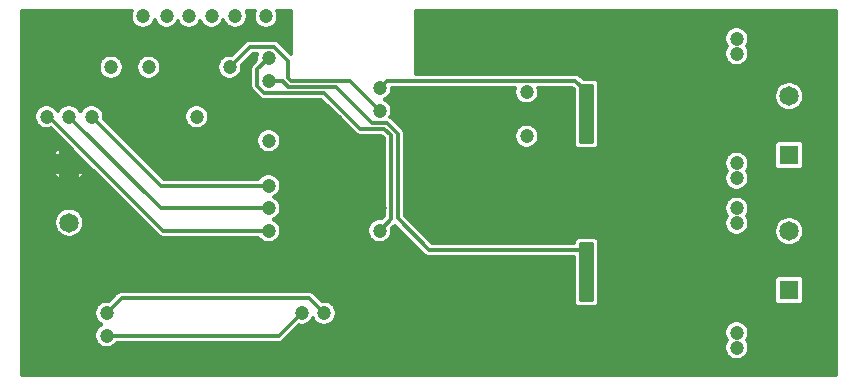
<source format=gbr>
%TF.GenerationSoftware,KiCad,Pcbnew,5.1.9-2.fc34*%
%TF.CreationDate,2021-04-30T18:49:43-07:00*%
%TF.ProjectId,motorbrainz,6d6f746f-7262-4726-9169-6e7a2e6b6963,1.0*%
%TF.SameCoordinates,Original*%
%TF.FileFunction,Copper,L2,Inr*%
%TF.FilePolarity,Positive*%
%FSLAX46Y46*%
G04 Gerber Fmt 4.6, Leading zero omitted, Abs format (unit mm)*
G04 Created by KiCad (PCBNEW 5.1.9-2.fc34) date 2021-04-30 18:49:43*
%MOMM*%
%LPD*%
G01*
G04 APERTURE LIST*
%TA.AperFunction,ComponentPad*%
%ADD10O,1.900000X1.200000*%
%TD*%
%TA.AperFunction,ComponentPad*%
%ADD11C,1.450000*%
%TD*%
%TA.AperFunction,ComponentPad*%
%ADD12R,1.650000X1.650000*%
%TD*%
%TA.AperFunction,ComponentPad*%
%ADD13C,1.650000*%
%TD*%
%TA.AperFunction,ViaPad*%
%ADD14C,1.200000*%
%TD*%
%TA.AperFunction,ViaPad*%
%ADD15C,0.800000*%
%TD*%
%TA.AperFunction,Conductor*%
%ADD16C,0.300000*%
%TD*%
%TA.AperFunction,Conductor*%
%ADD17C,0.100000*%
%TD*%
G04 APERTURE END LIST*
D10*
%TO.N,GND*%
%TO.C,J2*%
X94266500Y-115895000D03*
X94266500Y-108895000D03*
D11*
X96966500Y-114895000D03*
X96966500Y-109895000D03*
%TD*%
D12*
%TO.N,GND*%
%TO.C,J3*%
X96520000Y-99100000D03*
D13*
%TO.N,+12V*%
X96520000Y-104100000D03*
%TD*%
%TO.N,/OUTB2*%
%TO.C,J5*%
X157480000Y-104815000D03*
D12*
%TO.N,/OUTB1*%
X157480000Y-109815000D03*
%TD*%
%TO.N,/OUTA1*%
%TO.C,J4*%
X157480000Y-98385000D03*
D13*
%TO.N,/OUTA2*%
X157480000Y-93385000D03*
%TD*%
D14*
%TO.N,/TCK*%
X113411000Y-102870000D03*
X96520000Y-95123000D03*
%TO.N,/TMS*%
X113411000Y-100965000D03*
X98425000Y-95123000D03*
%TO.N,/TDI*%
X113411000Y-104775000D03*
X94615000Y-95123000D03*
%TO.N,GND*%
X104775000Y-95123000D03*
D15*
X116854000Y-94527000D03*
X116054000Y-95327000D03*
D14*
X120015000Y-111760000D03*
X113411000Y-106680000D03*
X143321500Y-106426000D03*
X143321500Y-96774000D03*
D15*
X118454000Y-94527000D03*
X118454000Y-95327000D03*
X119254000Y-95327000D03*
X118454000Y-96127000D03*
X117654000Y-96927000D03*
X116854000Y-96127000D03*
X116854000Y-95327000D03*
X116054000Y-96127000D03*
X116854000Y-96927000D03*
X117654000Y-94527000D03*
X117654000Y-95327000D03*
X117654000Y-96127000D03*
X131890000Y-104000000D03*
X132690000Y-104000000D03*
X133490000Y-104000000D03*
X134290000Y-104000000D03*
X135090000Y-104000000D03*
X135890000Y-104000000D03*
X136690000Y-104000000D03*
X137490000Y-104000000D03*
X138290000Y-104000000D03*
X139090000Y-104000000D03*
X139890000Y-104000000D03*
X139890000Y-103200000D03*
X139090000Y-103200000D03*
X138290000Y-103200000D03*
X137490000Y-103200000D03*
X136690000Y-103200000D03*
X135890000Y-103200000D03*
X135090000Y-103200000D03*
X134290000Y-103200000D03*
X133490000Y-103200000D03*
X132690000Y-103200000D03*
X131890000Y-103200000D03*
X128690000Y-102400000D03*
X129490000Y-102400000D03*
X130290000Y-102400000D03*
X131090000Y-102400000D03*
X131890000Y-102400000D03*
X132690000Y-102400000D03*
X133490000Y-102400000D03*
X134290000Y-102400000D03*
X135090000Y-102400000D03*
X135890000Y-102400000D03*
X136690000Y-102400000D03*
X137490000Y-102400000D03*
X138290000Y-102400000D03*
X139090000Y-102400000D03*
X139890000Y-102400000D03*
X140690000Y-102400000D03*
X141490000Y-102400000D03*
X142290000Y-102400000D03*
X143090000Y-102400000D03*
X135090000Y-101600000D03*
X134290000Y-101600000D03*
X133490000Y-101600000D03*
X132690000Y-101600000D03*
X131890000Y-101600000D03*
X131090000Y-101600000D03*
X131090000Y-101600000D03*
X130290000Y-101600000D03*
X129490000Y-101600000D03*
X128690000Y-101600000D03*
X131890000Y-99200000D03*
X132690000Y-99200000D03*
X133490000Y-99200000D03*
X134290000Y-99200000D03*
X135090000Y-99200000D03*
X135890000Y-99200000D03*
X136690000Y-99200000D03*
X137490000Y-99200000D03*
X138290000Y-99200000D03*
X139090000Y-99200000D03*
X139890000Y-99200000D03*
X139890000Y-100000000D03*
X139090000Y-100000000D03*
X138290000Y-100000000D03*
X137490000Y-100000000D03*
X136690000Y-100000000D03*
X135890000Y-100000000D03*
X135090000Y-100000000D03*
X134290000Y-100000000D03*
X133490000Y-100000000D03*
X132690000Y-100000000D03*
X131890000Y-100000000D03*
X128690000Y-100800000D03*
X129490000Y-100800000D03*
X130290000Y-100800000D03*
X131090000Y-100800000D03*
X131890000Y-100800000D03*
X132690000Y-100800000D03*
X133490000Y-100800000D03*
X134290000Y-100800000D03*
X135090000Y-100800000D03*
X135890000Y-100800000D03*
X136690000Y-100800000D03*
X137490000Y-100800000D03*
X138290000Y-100800000D03*
X139090000Y-100800000D03*
X139890000Y-100800000D03*
X140690000Y-100800000D03*
X141490000Y-100800000D03*
X142290000Y-100800000D03*
X143090000Y-100800000D03*
X143090000Y-101600000D03*
X142290000Y-101600000D03*
X141490000Y-101600000D03*
X140690000Y-101600000D03*
X139890000Y-101600000D03*
X139090000Y-101600000D03*
X138290000Y-101600000D03*
X137490000Y-101600000D03*
X136690000Y-101600000D03*
X135890000Y-101600000D03*
D14*
X146685000Y-86995000D03*
X147955000Y-86995000D03*
X145415000Y-99060000D03*
X145415000Y-100330000D03*
X145415000Y-102870000D03*
X145415000Y-104140000D03*
X146685000Y-116205000D03*
X147955000Y-116205000D03*
X128905000Y-94900000D03*
X128905000Y-108300000D03*
X133985000Y-110172500D03*
X113411000Y-99060000D03*
X113411000Y-95250000D03*
X122809000Y-102870000D03*
X138557000Y-86995000D03*
X130556000Y-86995000D03*
X100173000Y-86614000D03*
X121920000Y-111760000D03*
%TO.N,+12V*%
X153035000Y-100330000D03*
X153035000Y-102870000D03*
X153035000Y-99060000D03*
X153035000Y-104140000D03*
X153035000Y-89789000D03*
X153035000Y-88519000D03*
X153035000Y-113411000D03*
X153035000Y-114681000D03*
X135255000Y-93027500D03*
X135255000Y-96774000D03*
%TO.N,/SENA*%
X122809000Y-92710000D03*
X140335000Y-96774000D03*
X140335000Y-93027500D03*
%TO.N,/SENB*%
X140335000Y-110172500D03*
X140335000Y-106426000D03*
X113411000Y-92075000D03*
%TO.N,+3V3*%
X113187000Y-86614000D03*
X113411000Y-97155000D03*
%TO.N,/SW5R*%
X100076000Y-90932000D03*
%TO.N,/SW5B*%
X102776500Y-86614000D03*
%TO.N,/SW4R*%
X103251000Y-90932000D03*
%TO.N,/SW4B*%
X104775000Y-86614000D03*
%TO.N,/SW3R*%
X107315000Y-95123000D03*
%TO.N,/SW3B*%
X106680000Y-86614000D03*
%TO.N,/SW2R*%
X110109000Y-90932000D03*
X122809000Y-94615000D03*
%TO.N,/SW2B*%
X108585000Y-86614000D03*
%TO.N,/SW1R*%
X113411000Y-90170000D03*
X122809000Y-104775000D03*
%TO.N,/SW1B*%
X110583500Y-86614000D03*
%TO.N,/D+*%
X116205000Y-111760000D03*
X99695000Y-113665000D03*
%TO.N,/D-*%
X99695000Y-111760000D03*
X118110000Y-111760000D03*
%TD*%
D16*
%TO.N,/TCK*%
X104267000Y-102870000D02*
X96520000Y-95123000D01*
X113411000Y-102870000D02*
X104267000Y-102870000D01*
%TO.N,/TMS*%
X104267000Y-100965000D02*
X98425000Y-95123000D01*
X113411000Y-100965000D02*
X104267000Y-100965000D01*
%TO.N,/TDI*%
X94823002Y-95123000D02*
X94615000Y-95123000D01*
X104475002Y-104775000D02*
X94823002Y-95123000D01*
X113411000Y-104775000D02*
X104475002Y-104775000D01*
%TO.N,/SENA*%
X139384999Y-92077499D02*
X140335000Y-93027500D01*
X123441501Y-92077499D02*
X139384999Y-92077499D01*
X122809000Y-92710000D02*
X123441501Y-92077499D01*
%TO.N,/SENB*%
X127016999Y-106426000D02*
X140335000Y-106426000D01*
X115087954Y-92575010D02*
X119118010Y-92575010D01*
X119118010Y-92575010D02*
X122181990Y-95638990D01*
X123406112Y-95638990D02*
X124333000Y-96565878D01*
X124333000Y-96565878D02*
X124333000Y-103742001D01*
X122181990Y-95638990D02*
X123406112Y-95638990D01*
X124333000Y-103742001D02*
X127016999Y-106426000D01*
X114587944Y-92075000D02*
X115087954Y-92575010D01*
X113411000Y-92075000D02*
X114587944Y-92075000D01*
%TO.N,/SW2R*%
X120269000Y-92075000D02*
X122809000Y-94615000D01*
X115329008Y-92075000D02*
X120269000Y-92075000D01*
X115092990Y-90445988D02*
X115092990Y-91838982D01*
X113867001Y-89219999D02*
X115092990Y-90445988D01*
X115092990Y-91838982D02*
X115329008Y-92075000D01*
X111821001Y-89219999D02*
X113867001Y-89219999D01*
X110109000Y-90932000D02*
X111821001Y-89219999D01*
%TO.N,/SW1R*%
X123759001Y-96698999D02*
X123759001Y-103824999D01*
X123199002Y-96139000D02*
X123759001Y-96698999D01*
X121176002Y-96139000D02*
X123199002Y-96139000D01*
X118128002Y-93091000D02*
X121176002Y-96139000D01*
X113020998Y-93091000D02*
X118128002Y-93091000D01*
X112460999Y-92531001D02*
X113020998Y-93091000D01*
X112460999Y-91120001D02*
X112460999Y-92531001D01*
X123759001Y-103824999D02*
X122809000Y-104775000D01*
X113411000Y-90170000D02*
X112460999Y-91120001D01*
%TO.N,/D+*%
X114300000Y-113665000D02*
X116205000Y-111760000D01*
X99695000Y-113665000D02*
X114300000Y-113665000D01*
%TO.N,/D-*%
X100965000Y-110490000D02*
X99695000Y-111760000D01*
X116840000Y-110490000D02*
X100965000Y-110490000D01*
X118110000Y-111760000D02*
X116840000Y-110490000D01*
%TD*%
%TO.N,GND*%
X101766850Y-86307726D02*
X101726500Y-86510584D01*
X101726500Y-86717416D01*
X101766850Y-86920274D01*
X101846002Y-87111362D01*
X101960911Y-87283336D01*
X102107164Y-87429589D01*
X102279138Y-87544498D01*
X102470226Y-87623650D01*
X102673084Y-87664000D01*
X102879916Y-87664000D01*
X103082774Y-87623650D01*
X103273862Y-87544498D01*
X103445836Y-87429589D01*
X103592089Y-87283336D01*
X103706998Y-87111362D01*
X103775750Y-86945382D01*
X103844502Y-87111362D01*
X103959411Y-87283336D01*
X104105664Y-87429589D01*
X104277638Y-87544498D01*
X104468726Y-87623650D01*
X104671584Y-87664000D01*
X104878416Y-87664000D01*
X105081274Y-87623650D01*
X105272362Y-87544498D01*
X105444336Y-87429589D01*
X105590589Y-87283336D01*
X105705498Y-87111362D01*
X105727500Y-87058245D01*
X105749502Y-87111362D01*
X105864411Y-87283336D01*
X106010664Y-87429589D01*
X106182638Y-87544498D01*
X106373726Y-87623650D01*
X106576584Y-87664000D01*
X106783416Y-87664000D01*
X106986274Y-87623650D01*
X107177362Y-87544498D01*
X107349336Y-87429589D01*
X107495589Y-87283336D01*
X107610498Y-87111362D01*
X107632500Y-87058245D01*
X107654502Y-87111362D01*
X107769411Y-87283336D01*
X107915664Y-87429589D01*
X108087638Y-87544498D01*
X108278726Y-87623650D01*
X108481584Y-87664000D01*
X108688416Y-87664000D01*
X108891274Y-87623650D01*
X109082362Y-87544498D01*
X109254336Y-87429589D01*
X109400589Y-87283336D01*
X109515498Y-87111362D01*
X109584250Y-86945382D01*
X109653002Y-87111362D01*
X109767911Y-87283336D01*
X109914164Y-87429589D01*
X110086138Y-87544498D01*
X110277226Y-87623650D01*
X110480084Y-87664000D01*
X110686916Y-87664000D01*
X110889774Y-87623650D01*
X111080862Y-87544498D01*
X111252836Y-87429589D01*
X111399089Y-87283336D01*
X111513998Y-87111362D01*
X111593150Y-86920274D01*
X111633500Y-86717416D01*
X111633500Y-86510584D01*
X111593150Y-86307726D01*
X111548528Y-86200000D01*
X112221972Y-86200000D01*
X112177350Y-86307726D01*
X112137000Y-86510584D01*
X112137000Y-86717416D01*
X112177350Y-86920274D01*
X112256502Y-87111362D01*
X112371411Y-87283336D01*
X112517664Y-87429589D01*
X112689638Y-87544498D01*
X112880726Y-87623650D01*
X113083584Y-87664000D01*
X113290416Y-87664000D01*
X113493274Y-87623650D01*
X113684362Y-87544498D01*
X113856336Y-87429589D01*
X114002589Y-87283336D01*
X114117498Y-87111362D01*
X114196650Y-86920274D01*
X114237000Y-86717416D01*
X114237000Y-86510584D01*
X114196650Y-86307726D01*
X114152028Y-86200000D01*
X115293000Y-86200000D01*
X115293000Y-89797470D01*
X114312114Y-88816585D01*
X114293318Y-88793682D01*
X114201956Y-88718703D01*
X114097722Y-88662989D01*
X113984622Y-88628681D01*
X113896475Y-88619999D01*
X113867001Y-88617096D01*
X113837527Y-88619999D01*
X111850474Y-88619999D01*
X111821000Y-88617096D01*
X111703380Y-88628681D01*
X111590280Y-88662989D01*
X111486046Y-88718703D01*
X111394684Y-88793682D01*
X111375892Y-88816580D01*
X110294204Y-89898268D01*
X110212416Y-89882000D01*
X110005584Y-89882000D01*
X109802726Y-89922350D01*
X109611638Y-90001502D01*
X109439664Y-90116411D01*
X109293411Y-90262664D01*
X109178502Y-90434638D01*
X109099350Y-90625726D01*
X109059000Y-90828584D01*
X109059000Y-91035416D01*
X109099350Y-91238274D01*
X109178502Y-91429362D01*
X109293411Y-91601336D01*
X109439664Y-91747589D01*
X109611638Y-91862498D01*
X109802726Y-91941650D01*
X110005584Y-91982000D01*
X110212416Y-91982000D01*
X110415274Y-91941650D01*
X110606362Y-91862498D01*
X110778336Y-91747589D01*
X110924589Y-91601336D01*
X111039498Y-91429362D01*
X111118650Y-91238274D01*
X111159000Y-91035416D01*
X111159000Y-90828584D01*
X111142732Y-90746796D01*
X112069529Y-89819999D01*
X112419462Y-89819999D01*
X112401350Y-89863726D01*
X112361000Y-90066584D01*
X112361000Y-90273416D01*
X112377268Y-90355204D01*
X112057585Y-90674888D01*
X112034682Y-90693684D01*
X111959703Y-90785047D01*
X111903989Y-90889281D01*
X111891031Y-90932000D01*
X111869681Y-91002381D01*
X111858096Y-91120001D01*
X111860999Y-91149475D01*
X111861000Y-92501518D01*
X111858096Y-92531001D01*
X111869681Y-92648621D01*
X111891706Y-92721226D01*
X111903990Y-92761722D01*
X111959704Y-92865956D01*
X112034683Y-92957318D01*
X112057580Y-92976109D01*
X112575889Y-93494419D01*
X112594681Y-93517317D01*
X112686043Y-93592296D01*
X112790277Y-93648010D01*
X112903377Y-93682318D01*
X113020997Y-93693903D01*
X113050471Y-93691000D01*
X117879475Y-93691000D01*
X120730893Y-96542419D01*
X120749685Y-96565317D01*
X120841047Y-96640296D01*
X120945281Y-96696010D01*
X121058381Y-96730318D01*
X121176002Y-96741903D01*
X121205476Y-96739000D01*
X122950475Y-96739000D01*
X123159001Y-96947527D01*
X123159002Y-103576469D01*
X122994204Y-103741268D01*
X122912416Y-103725000D01*
X122705584Y-103725000D01*
X122502726Y-103765350D01*
X122311638Y-103844502D01*
X122139664Y-103959411D01*
X121993411Y-104105664D01*
X121878502Y-104277638D01*
X121799350Y-104468726D01*
X121759000Y-104671584D01*
X121759000Y-104878416D01*
X121799350Y-105081274D01*
X121878502Y-105272362D01*
X121993411Y-105444336D01*
X122139664Y-105590589D01*
X122311638Y-105705498D01*
X122502726Y-105784650D01*
X122705584Y-105825000D01*
X122912416Y-105825000D01*
X123115274Y-105784650D01*
X123306362Y-105705498D01*
X123478336Y-105590589D01*
X123624589Y-105444336D01*
X123739498Y-105272362D01*
X123818650Y-105081274D01*
X123859000Y-104878416D01*
X123859000Y-104671584D01*
X123842732Y-104589796D01*
X124087500Y-104345028D01*
X126571890Y-106829419D01*
X126590682Y-106852317D01*
X126682044Y-106927296D01*
X126749970Y-106963603D01*
X126786277Y-106983010D01*
X126899378Y-107017318D01*
X127016999Y-107028903D01*
X127046473Y-107026000D01*
X139250000Y-107026000D01*
X139250000Y-110807500D01*
X139258647Y-110895291D01*
X139284254Y-110979708D01*
X139325839Y-111057507D01*
X139381802Y-111125698D01*
X139449993Y-111181661D01*
X139527792Y-111223246D01*
X139612209Y-111248853D01*
X139700000Y-111257500D01*
X140970000Y-111257500D01*
X141057791Y-111248853D01*
X141142208Y-111223246D01*
X141220007Y-111181661D01*
X141288198Y-111125698D01*
X141344161Y-111057507D01*
X141385746Y-110979708D01*
X141411353Y-110895291D01*
X141420000Y-110807500D01*
X141420000Y-108990000D01*
X156202823Y-108990000D01*
X156202823Y-110640000D01*
X156211511Y-110728215D01*
X156237243Y-110813041D01*
X156279029Y-110891216D01*
X156335263Y-110959737D01*
X156403784Y-111015971D01*
X156481959Y-111057757D01*
X156566785Y-111083489D01*
X156655000Y-111092177D01*
X158305000Y-111092177D01*
X158393215Y-111083489D01*
X158478041Y-111057757D01*
X158556216Y-111015971D01*
X158624737Y-110959737D01*
X158680971Y-110891216D01*
X158722757Y-110813041D01*
X158748489Y-110728215D01*
X158757177Y-110640000D01*
X158757177Y-108990000D01*
X158748489Y-108901785D01*
X158722757Y-108816959D01*
X158680971Y-108738784D01*
X158624737Y-108670263D01*
X158556216Y-108614029D01*
X158478041Y-108572243D01*
X158393215Y-108546511D01*
X158305000Y-108537823D01*
X156655000Y-108537823D01*
X156566785Y-108546511D01*
X156481959Y-108572243D01*
X156403784Y-108614029D01*
X156335263Y-108670263D01*
X156279029Y-108738784D01*
X156237243Y-108816959D01*
X156211511Y-108901785D01*
X156202823Y-108990000D01*
X141420000Y-108990000D01*
X141420000Y-105791000D01*
X141411353Y-105703209D01*
X141385746Y-105618792D01*
X141344161Y-105540993D01*
X141288198Y-105472802D01*
X141220007Y-105416839D01*
X141142208Y-105375254D01*
X141057791Y-105349647D01*
X140970000Y-105341000D01*
X139700000Y-105341000D01*
X139612209Y-105349647D01*
X139527792Y-105375254D01*
X139449993Y-105416839D01*
X139381802Y-105472802D01*
X139325839Y-105540993D01*
X139284254Y-105618792D01*
X139258647Y-105703209D01*
X139250000Y-105791000D01*
X139250000Y-105826000D01*
X127265527Y-105826000D01*
X124933000Y-103493474D01*
X124933000Y-102766584D01*
X151985000Y-102766584D01*
X151985000Y-102973416D01*
X152025350Y-103176274D01*
X152104502Y-103367362D01*
X152196468Y-103505000D01*
X152104502Y-103642638D01*
X152025350Y-103833726D01*
X151985000Y-104036584D01*
X151985000Y-104243416D01*
X152025350Y-104446274D01*
X152104502Y-104637362D01*
X152219411Y-104809336D01*
X152365664Y-104955589D01*
X152537638Y-105070498D01*
X152728726Y-105149650D01*
X152931584Y-105190000D01*
X153138416Y-105190000D01*
X153341274Y-105149650D01*
X153532362Y-105070498D01*
X153704336Y-104955589D01*
X153850589Y-104809336D01*
X153930712Y-104689423D01*
X156205000Y-104689423D01*
X156205000Y-104940577D01*
X156253998Y-105186904D01*
X156350110Y-105418939D01*
X156489643Y-105627765D01*
X156667235Y-105805357D01*
X156876061Y-105944890D01*
X157108096Y-106041002D01*
X157354423Y-106090000D01*
X157605577Y-106090000D01*
X157851904Y-106041002D01*
X158083939Y-105944890D01*
X158292765Y-105805357D01*
X158470357Y-105627765D01*
X158609890Y-105418939D01*
X158706002Y-105186904D01*
X158755000Y-104940577D01*
X158755000Y-104689423D01*
X158706002Y-104443096D01*
X158609890Y-104211061D01*
X158470357Y-104002235D01*
X158292765Y-103824643D01*
X158083939Y-103685110D01*
X157851904Y-103588998D01*
X157605577Y-103540000D01*
X157354423Y-103540000D01*
X157108096Y-103588998D01*
X156876061Y-103685110D01*
X156667235Y-103824643D01*
X156489643Y-104002235D01*
X156350110Y-104211061D01*
X156253998Y-104443096D01*
X156205000Y-104689423D01*
X153930712Y-104689423D01*
X153965498Y-104637362D01*
X154044650Y-104446274D01*
X154085000Y-104243416D01*
X154085000Y-104036584D01*
X154044650Y-103833726D01*
X153965498Y-103642638D01*
X153873532Y-103505000D01*
X153965498Y-103367362D01*
X154044650Y-103176274D01*
X154085000Y-102973416D01*
X154085000Y-102766584D01*
X154044650Y-102563726D01*
X153965498Y-102372638D01*
X153850589Y-102200664D01*
X153704336Y-102054411D01*
X153532362Y-101939502D01*
X153341274Y-101860350D01*
X153138416Y-101820000D01*
X152931584Y-101820000D01*
X152728726Y-101860350D01*
X152537638Y-101939502D01*
X152365664Y-102054411D01*
X152219411Y-102200664D01*
X152104502Y-102372638D01*
X152025350Y-102563726D01*
X151985000Y-102766584D01*
X124933000Y-102766584D01*
X124933000Y-98956584D01*
X151985000Y-98956584D01*
X151985000Y-99163416D01*
X152025350Y-99366274D01*
X152104502Y-99557362D01*
X152196468Y-99695000D01*
X152104502Y-99832638D01*
X152025350Y-100023726D01*
X151985000Y-100226584D01*
X151985000Y-100433416D01*
X152025350Y-100636274D01*
X152104502Y-100827362D01*
X152219411Y-100999336D01*
X152365664Y-101145589D01*
X152537638Y-101260498D01*
X152728726Y-101339650D01*
X152931584Y-101380000D01*
X153138416Y-101380000D01*
X153341274Y-101339650D01*
X153532362Y-101260498D01*
X153704336Y-101145589D01*
X153850589Y-100999336D01*
X153965498Y-100827362D01*
X154044650Y-100636274D01*
X154085000Y-100433416D01*
X154085000Y-100226584D01*
X154044650Y-100023726D01*
X153965498Y-99832638D01*
X153873532Y-99695000D01*
X153965498Y-99557362D01*
X154044650Y-99366274D01*
X154085000Y-99163416D01*
X154085000Y-98956584D01*
X154044650Y-98753726D01*
X153965498Y-98562638D01*
X153850589Y-98390664D01*
X153704336Y-98244411D01*
X153532362Y-98129502D01*
X153341274Y-98050350D01*
X153138416Y-98010000D01*
X152931584Y-98010000D01*
X152728726Y-98050350D01*
X152537638Y-98129502D01*
X152365664Y-98244411D01*
X152219411Y-98390664D01*
X152104502Y-98562638D01*
X152025350Y-98753726D01*
X151985000Y-98956584D01*
X124933000Y-98956584D01*
X124933000Y-96670584D01*
X134205000Y-96670584D01*
X134205000Y-96877416D01*
X134245350Y-97080274D01*
X134324502Y-97271362D01*
X134439411Y-97443336D01*
X134585664Y-97589589D01*
X134757638Y-97704498D01*
X134948726Y-97783650D01*
X135151584Y-97824000D01*
X135358416Y-97824000D01*
X135561274Y-97783650D01*
X135752362Y-97704498D01*
X135924336Y-97589589D01*
X136070589Y-97443336D01*
X136185498Y-97271362D01*
X136264650Y-97080274D01*
X136305000Y-96877416D01*
X136305000Y-96670584D01*
X136264650Y-96467726D01*
X136185498Y-96276638D01*
X136070589Y-96104664D01*
X135924336Y-95958411D01*
X135752362Y-95843502D01*
X135561274Y-95764350D01*
X135358416Y-95724000D01*
X135151584Y-95724000D01*
X134948726Y-95764350D01*
X134757638Y-95843502D01*
X134585664Y-95958411D01*
X134439411Y-96104664D01*
X134324502Y-96276638D01*
X134245350Y-96467726D01*
X134205000Y-96670584D01*
X124933000Y-96670584D01*
X124933000Y-96595354D01*
X124935903Y-96565878D01*
X124924319Y-96448257D01*
X124890010Y-96335157D01*
X124834296Y-96230923D01*
X124759317Y-96139561D01*
X124736420Y-96120770D01*
X123851225Y-95235576D01*
X123832429Y-95212673D01*
X123741067Y-95137694D01*
X123727439Y-95130410D01*
X123739498Y-95112362D01*
X123818650Y-94921274D01*
X123859000Y-94718416D01*
X123859000Y-94511584D01*
X123818650Y-94308726D01*
X123739498Y-94117638D01*
X123624589Y-93945664D01*
X123478336Y-93799411D01*
X123306362Y-93684502D01*
X123253245Y-93662500D01*
X123306362Y-93640498D01*
X123478336Y-93525589D01*
X123624589Y-93379336D01*
X123739498Y-93207362D01*
X123818650Y-93016274D01*
X123859000Y-92813416D01*
X123859000Y-92677499D01*
X134263462Y-92677499D01*
X134245350Y-92721226D01*
X134205000Y-92924084D01*
X134205000Y-93130916D01*
X134245350Y-93333774D01*
X134324502Y-93524862D01*
X134439411Y-93696836D01*
X134585664Y-93843089D01*
X134757638Y-93957998D01*
X134948726Y-94037150D01*
X135151584Y-94077500D01*
X135358416Y-94077500D01*
X135561274Y-94037150D01*
X135752362Y-93957998D01*
X135924336Y-93843089D01*
X136070589Y-93696836D01*
X136185498Y-93524862D01*
X136264650Y-93333774D01*
X136305000Y-93130916D01*
X136305000Y-92924084D01*
X136264650Y-92721226D01*
X136246538Y-92677499D01*
X139136472Y-92677499D01*
X139250000Y-92791028D01*
X139250000Y-97409000D01*
X139258647Y-97496791D01*
X139284254Y-97581208D01*
X139325839Y-97659007D01*
X139381802Y-97727198D01*
X139449993Y-97783161D01*
X139527792Y-97824746D01*
X139612209Y-97850353D01*
X139700000Y-97859000D01*
X140970000Y-97859000D01*
X141057791Y-97850353D01*
X141142208Y-97824746D01*
X141220007Y-97783161D01*
X141288198Y-97727198D01*
X141344161Y-97659007D01*
X141385746Y-97581208D01*
X141392179Y-97560000D01*
X156202823Y-97560000D01*
X156202823Y-99210000D01*
X156211511Y-99298215D01*
X156237243Y-99383041D01*
X156279029Y-99461216D01*
X156335263Y-99529737D01*
X156403784Y-99585971D01*
X156481959Y-99627757D01*
X156566785Y-99653489D01*
X156655000Y-99662177D01*
X158305000Y-99662177D01*
X158393215Y-99653489D01*
X158478041Y-99627757D01*
X158556216Y-99585971D01*
X158624737Y-99529737D01*
X158680971Y-99461216D01*
X158722757Y-99383041D01*
X158748489Y-99298215D01*
X158757177Y-99210000D01*
X158757177Y-97560000D01*
X158748489Y-97471785D01*
X158722757Y-97386959D01*
X158680971Y-97308784D01*
X158624737Y-97240263D01*
X158556216Y-97184029D01*
X158478041Y-97142243D01*
X158393215Y-97116511D01*
X158305000Y-97107823D01*
X156655000Y-97107823D01*
X156566785Y-97116511D01*
X156481959Y-97142243D01*
X156403784Y-97184029D01*
X156335263Y-97240263D01*
X156279029Y-97308784D01*
X156237243Y-97386959D01*
X156211511Y-97471785D01*
X156202823Y-97560000D01*
X141392179Y-97560000D01*
X141411353Y-97496791D01*
X141420000Y-97409000D01*
X141420000Y-93259423D01*
X156205000Y-93259423D01*
X156205000Y-93510577D01*
X156253998Y-93756904D01*
X156350110Y-93988939D01*
X156489643Y-94197765D01*
X156667235Y-94375357D01*
X156876061Y-94514890D01*
X157108096Y-94611002D01*
X157354423Y-94660000D01*
X157605577Y-94660000D01*
X157851904Y-94611002D01*
X158083939Y-94514890D01*
X158292765Y-94375357D01*
X158470357Y-94197765D01*
X158609890Y-93988939D01*
X158706002Y-93756904D01*
X158755000Y-93510577D01*
X158755000Y-93259423D01*
X158706002Y-93013096D01*
X158609890Y-92781061D01*
X158470357Y-92572235D01*
X158292765Y-92394643D01*
X158083939Y-92255110D01*
X157851904Y-92158998D01*
X157605577Y-92110000D01*
X157354423Y-92110000D01*
X157108096Y-92158998D01*
X156876061Y-92255110D01*
X156667235Y-92394643D01*
X156489643Y-92572235D01*
X156350110Y-92781061D01*
X156253998Y-93013096D01*
X156205000Y-93259423D01*
X141420000Y-93259423D01*
X141420000Y-92392500D01*
X141411353Y-92304709D01*
X141385746Y-92220292D01*
X141344161Y-92142493D01*
X141288198Y-92074302D01*
X141220007Y-92018339D01*
X141142208Y-91976754D01*
X141057791Y-91951147D01*
X140970000Y-91942500D01*
X140098528Y-91942500D01*
X139830112Y-91674085D01*
X139811316Y-91651182D01*
X139719954Y-91576203D01*
X139615720Y-91520489D01*
X139502620Y-91486181D01*
X139414473Y-91477499D01*
X139384999Y-91474596D01*
X139355525Y-91477499D01*
X125880000Y-91477499D01*
X125880000Y-88415584D01*
X151985000Y-88415584D01*
X151985000Y-88622416D01*
X152025350Y-88825274D01*
X152104502Y-89016362D01*
X152196468Y-89154000D01*
X152104502Y-89291638D01*
X152025350Y-89482726D01*
X151985000Y-89685584D01*
X151985000Y-89892416D01*
X152025350Y-90095274D01*
X152104502Y-90286362D01*
X152219411Y-90458336D01*
X152365664Y-90604589D01*
X152537638Y-90719498D01*
X152728726Y-90798650D01*
X152931584Y-90839000D01*
X153138416Y-90839000D01*
X153341274Y-90798650D01*
X153532362Y-90719498D01*
X153704336Y-90604589D01*
X153850589Y-90458336D01*
X153965498Y-90286362D01*
X154044650Y-90095274D01*
X154085000Y-89892416D01*
X154085000Y-89685584D01*
X154044650Y-89482726D01*
X153965498Y-89291638D01*
X153873532Y-89154000D01*
X153965498Y-89016362D01*
X154044650Y-88825274D01*
X154085000Y-88622416D01*
X154085000Y-88415584D01*
X154044650Y-88212726D01*
X153965498Y-88021638D01*
X153850589Y-87849664D01*
X153704336Y-87703411D01*
X153532362Y-87588502D01*
X153341274Y-87509350D01*
X153138416Y-87469000D01*
X152931584Y-87469000D01*
X152728726Y-87509350D01*
X152537638Y-87588502D01*
X152365664Y-87703411D01*
X152219411Y-87849664D01*
X152104502Y-88021638D01*
X152025350Y-88212726D01*
X151985000Y-88415584D01*
X125880000Y-88415584D01*
X125880000Y-86200000D01*
X161450000Y-86200000D01*
X161450001Y-117000000D01*
X92550000Y-117000000D01*
X92550000Y-116487866D01*
X93049892Y-116487866D01*
X93196060Y-116547699D01*
X93337238Y-116675709D01*
X93466500Y-116644214D01*
X93466500Y-116345000D01*
X95066500Y-116345000D01*
X95066500Y-116644214D01*
X95195762Y-116675709D01*
X95336940Y-116547699D01*
X95483108Y-116487866D01*
X95438939Y-116345000D01*
X95066500Y-116345000D01*
X93466500Y-116345000D01*
X93094061Y-116345000D01*
X93049892Y-116487866D01*
X92550000Y-116487866D01*
X92550000Y-115938137D01*
X96736535Y-115938137D01*
X96825555Y-116067242D01*
X97056957Y-116072215D01*
X97107445Y-116067242D01*
X97196465Y-115938137D01*
X96966500Y-115708173D01*
X96736535Y-115938137D01*
X92550000Y-115938137D01*
X92550000Y-115302134D01*
X93049892Y-115302134D01*
X93094061Y-115445000D01*
X93466500Y-115445000D01*
X93466500Y-115145786D01*
X95066500Y-115145786D01*
X95066500Y-115445000D01*
X95438939Y-115445000D01*
X95483108Y-115302134D01*
X95336940Y-115242301D01*
X95195762Y-115114291D01*
X95066500Y-115145786D01*
X93466500Y-115145786D01*
X93337238Y-115114291D01*
X93196060Y-115242301D01*
X93049892Y-115302134D01*
X92550000Y-115302134D01*
X92550000Y-114985457D01*
X95789285Y-114985457D01*
X95794258Y-115035945D01*
X95923363Y-115124965D01*
X96153327Y-114895000D01*
X97779673Y-114895000D01*
X98009637Y-115124965D01*
X98138742Y-115035945D01*
X98143715Y-114804543D01*
X98138742Y-114754055D01*
X98009637Y-114665035D01*
X97779673Y-114895000D01*
X96153327Y-114895000D01*
X95923363Y-114665035D01*
X95794258Y-114754055D01*
X95789285Y-114985457D01*
X92550000Y-114985457D01*
X92550000Y-113851863D01*
X96736535Y-113851863D01*
X96966500Y-114081827D01*
X97196465Y-113851863D01*
X97107445Y-113722758D01*
X96876043Y-113717785D01*
X96825555Y-113722758D01*
X96736535Y-113851863D01*
X92550000Y-113851863D01*
X92550000Y-111656584D01*
X98645000Y-111656584D01*
X98645000Y-111863416D01*
X98685350Y-112066274D01*
X98764502Y-112257362D01*
X98879411Y-112429336D01*
X99025664Y-112575589D01*
X99197638Y-112690498D01*
X99250755Y-112712500D01*
X99197638Y-112734502D01*
X99025664Y-112849411D01*
X98879411Y-112995664D01*
X98764502Y-113167638D01*
X98685350Y-113358726D01*
X98645000Y-113561584D01*
X98645000Y-113768416D01*
X98685350Y-113971274D01*
X98764502Y-114162362D01*
X98879411Y-114334336D01*
X99025664Y-114480589D01*
X99197638Y-114595498D01*
X99388726Y-114674650D01*
X99591584Y-114715000D01*
X99798416Y-114715000D01*
X100001274Y-114674650D01*
X100192362Y-114595498D01*
X100364336Y-114480589D01*
X100510589Y-114334336D01*
X100556918Y-114265000D01*
X114270526Y-114265000D01*
X114300000Y-114267903D01*
X114329474Y-114265000D01*
X114417621Y-114256318D01*
X114530721Y-114222010D01*
X114634955Y-114166296D01*
X114726317Y-114091317D01*
X114745113Y-114068414D01*
X115505943Y-113307584D01*
X151985000Y-113307584D01*
X151985000Y-113514416D01*
X152025350Y-113717274D01*
X152104502Y-113908362D01*
X152196468Y-114046000D01*
X152104502Y-114183638D01*
X152025350Y-114374726D01*
X151985000Y-114577584D01*
X151985000Y-114784416D01*
X152025350Y-114987274D01*
X152104502Y-115178362D01*
X152219411Y-115350336D01*
X152365664Y-115496589D01*
X152537638Y-115611498D01*
X152728726Y-115690650D01*
X152931584Y-115731000D01*
X153138416Y-115731000D01*
X153341274Y-115690650D01*
X153532362Y-115611498D01*
X153704336Y-115496589D01*
X153850589Y-115350336D01*
X153965498Y-115178362D01*
X154044650Y-114987274D01*
X154085000Y-114784416D01*
X154085000Y-114577584D01*
X154044650Y-114374726D01*
X153965498Y-114183638D01*
X153873532Y-114046000D01*
X153965498Y-113908362D01*
X154044650Y-113717274D01*
X154085000Y-113514416D01*
X154085000Y-113307584D01*
X154044650Y-113104726D01*
X153965498Y-112913638D01*
X153850589Y-112741664D01*
X153704336Y-112595411D01*
X153532362Y-112480502D01*
X153341274Y-112401350D01*
X153138416Y-112361000D01*
X152931584Y-112361000D01*
X152728726Y-112401350D01*
X152537638Y-112480502D01*
X152365664Y-112595411D01*
X152219411Y-112741664D01*
X152104502Y-112913638D01*
X152025350Y-113104726D01*
X151985000Y-113307584D01*
X115505943Y-113307584D01*
X116019796Y-112793732D01*
X116101584Y-112810000D01*
X116308416Y-112810000D01*
X116511274Y-112769650D01*
X116702362Y-112690498D01*
X116874336Y-112575589D01*
X117020589Y-112429336D01*
X117135498Y-112257362D01*
X117157500Y-112204245D01*
X117179502Y-112257362D01*
X117294411Y-112429336D01*
X117440664Y-112575589D01*
X117612638Y-112690498D01*
X117803726Y-112769650D01*
X118006584Y-112810000D01*
X118213416Y-112810000D01*
X118416274Y-112769650D01*
X118607362Y-112690498D01*
X118779336Y-112575589D01*
X118925589Y-112429336D01*
X119040498Y-112257362D01*
X119119650Y-112066274D01*
X119160000Y-111863416D01*
X119160000Y-111656584D01*
X119119650Y-111453726D01*
X119040498Y-111262638D01*
X118925589Y-111090664D01*
X118779336Y-110944411D01*
X118607362Y-110829502D01*
X118416274Y-110750350D01*
X118213416Y-110710000D01*
X118006584Y-110710000D01*
X117924796Y-110726268D01*
X117285113Y-110086586D01*
X117266317Y-110063683D01*
X117174955Y-109988704D01*
X117070721Y-109932990D01*
X116957621Y-109898682D01*
X116869474Y-109890000D01*
X116840000Y-109887097D01*
X116810526Y-109890000D01*
X100994473Y-109890000D01*
X100964999Y-109887097D01*
X100847378Y-109898682D01*
X100813070Y-109909089D01*
X100734279Y-109932990D01*
X100630045Y-109988704D01*
X100538683Y-110063683D01*
X100519891Y-110086581D01*
X99880204Y-110726268D01*
X99798416Y-110710000D01*
X99591584Y-110710000D01*
X99388726Y-110750350D01*
X99197638Y-110829502D01*
X99025664Y-110944411D01*
X98879411Y-111090664D01*
X98764502Y-111262638D01*
X98685350Y-111453726D01*
X98645000Y-111656584D01*
X92550000Y-111656584D01*
X92550000Y-110938137D01*
X96736535Y-110938137D01*
X96825555Y-111067242D01*
X97056957Y-111072215D01*
X97107445Y-111067242D01*
X97196465Y-110938137D01*
X96966500Y-110708173D01*
X96736535Y-110938137D01*
X92550000Y-110938137D01*
X92550000Y-109985457D01*
X95789285Y-109985457D01*
X95794258Y-110035945D01*
X95923363Y-110124965D01*
X96153327Y-109895000D01*
X97779673Y-109895000D01*
X98009637Y-110124965D01*
X98138742Y-110035945D01*
X98143715Y-109804543D01*
X98138742Y-109754055D01*
X98009637Y-109665035D01*
X97779673Y-109895000D01*
X96153327Y-109895000D01*
X95923363Y-109665035D01*
X95794258Y-109754055D01*
X95789285Y-109985457D01*
X92550000Y-109985457D01*
X92550000Y-109487866D01*
X93049892Y-109487866D01*
X93196060Y-109547699D01*
X93337238Y-109675709D01*
X93466500Y-109644214D01*
X93466500Y-109345000D01*
X95066500Y-109345000D01*
X95066500Y-109644214D01*
X95195762Y-109675709D01*
X95336940Y-109547699D01*
X95483108Y-109487866D01*
X95438939Y-109345000D01*
X95066500Y-109345000D01*
X93466500Y-109345000D01*
X93094061Y-109345000D01*
X93049892Y-109487866D01*
X92550000Y-109487866D01*
X92550000Y-108851863D01*
X96736535Y-108851863D01*
X96966500Y-109081827D01*
X97196465Y-108851863D01*
X97107445Y-108722758D01*
X96876043Y-108717785D01*
X96825555Y-108722758D01*
X96736535Y-108851863D01*
X92550000Y-108851863D01*
X92550000Y-108302134D01*
X93049892Y-108302134D01*
X93094061Y-108445000D01*
X93466500Y-108445000D01*
X93466500Y-108145786D01*
X95066500Y-108145786D01*
X95066500Y-108445000D01*
X95438939Y-108445000D01*
X95483108Y-108302134D01*
X95336940Y-108242301D01*
X95195762Y-108114291D01*
X95066500Y-108145786D01*
X93466500Y-108145786D01*
X93337238Y-108114291D01*
X93196060Y-108242301D01*
X93049892Y-108302134D01*
X92550000Y-108302134D01*
X92550000Y-103974423D01*
X95245000Y-103974423D01*
X95245000Y-104225577D01*
X95293998Y-104471904D01*
X95390110Y-104703939D01*
X95529643Y-104912765D01*
X95707235Y-105090357D01*
X95916061Y-105229890D01*
X96148096Y-105326002D01*
X96394423Y-105375000D01*
X96645577Y-105375000D01*
X96891904Y-105326002D01*
X97123939Y-105229890D01*
X97332765Y-105090357D01*
X97510357Y-104912765D01*
X97649890Y-104703939D01*
X97746002Y-104471904D01*
X97795000Y-104225577D01*
X97795000Y-103974423D01*
X97746002Y-103728096D01*
X97649890Y-103496061D01*
X97510357Y-103287235D01*
X97332765Y-103109643D01*
X97123939Y-102970110D01*
X96891904Y-102873998D01*
X96645577Y-102825000D01*
X96394423Y-102825000D01*
X96148096Y-102873998D01*
X95916061Y-102970110D01*
X95707235Y-103109643D01*
X95529643Y-103287235D01*
X95390110Y-103496061D01*
X95293998Y-103728096D01*
X95245000Y-103974423D01*
X92550000Y-103974423D01*
X92550000Y-99925000D01*
X95242823Y-99925000D01*
X95251511Y-100013215D01*
X95277243Y-100098041D01*
X95319029Y-100176216D01*
X95375263Y-100244737D01*
X95443784Y-100300971D01*
X95521959Y-100342757D01*
X95606785Y-100368489D01*
X95695000Y-100377177D01*
X95732500Y-100375000D01*
X95845000Y-100262500D01*
X95845000Y-99775000D01*
X97195000Y-99775000D01*
X97195000Y-100262500D01*
X97307500Y-100375000D01*
X97345000Y-100377177D01*
X97433215Y-100368489D01*
X97518041Y-100342757D01*
X97596216Y-100300971D01*
X97664737Y-100244737D01*
X97720971Y-100176216D01*
X97762757Y-100098041D01*
X97788489Y-100013215D01*
X97797177Y-99925000D01*
X97795000Y-99887500D01*
X97682500Y-99775000D01*
X97195000Y-99775000D01*
X95845000Y-99775000D01*
X95357500Y-99775000D01*
X95245000Y-99887500D01*
X95242823Y-99925000D01*
X92550000Y-99925000D01*
X92550000Y-98275000D01*
X95242823Y-98275000D01*
X95245000Y-98312500D01*
X95357500Y-98425000D01*
X95845000Y-98425000D01*
X95845000Y-97937500D01*
X95732500Y-97825000D01*
X95695000Y-97822823D01*
X95606785Y-97831511D01*
X95521959Y-97857243D01*
X95443784Y-97899029D01*
X95375263Y-97955263D01*
X95319029Y-98023784D01*
X95277243Y-98101959D01*
X95251511Y-98186785D01*
X95242823Y-98275000D01*
X92550000Y-98275000D01*
X92550000Y-95019584D01*
X93565000Y-95019584D01*
X93565000Y-95226416D01*
X93605350Y-95429274D01*
X93684502Y-95620362D01*
X93799411Y-95792336D01*
X93945664Y-95938589D01*
X94117638Y-96053498D01*
X94308726Y-96132650D01*
X94511584Y-96173000D01*
X94718416Y-96173000D01*
X94921274Y-96132650D01*
X94965716Y-96114241D01*
X97195000Y-98343526D01*
X97195000Y-98425000D01*
X97276474Y-98425000D01*
X104029898Y-105178425D01*
X104048685Y-105201317D01*
X104140047Y-105276296D01*
X104244281Y-105332010D01*
X104323072Y-105355911D01*
X104357380Y-105366318D01*
X104475001Y-105377903D01*
X104504475Y-105375000D01*
X112549082Y-105375000D01*
X112595411Y-105444336D01*
X112741664Y-105590589D01*
X112913638Y-105705498D01*
X113104726Y-105784650D01*
X113307584Y-105825000D01*
X113514416Y-105825000D01*
X113717274Y-105784650D01*
X113908362Y-105705498D01*
X114080336Y-105590589D01*
X114226589Y-105444336D01*
X114341498Y-105272362D01*
X114420650Y-105081274D01*
X114461000Y-104878416D01*
X114461000Y-104671584D01*
X114420650Y-104468726D01*
X114341498Y-104277638D01*
X114226589Y-104105664D01*
X114080336Y-103959411D01*
X113908362Y-103844502D01*
X113855245Y-103822500D01*
X113908362Y-103800498D01*
X114080336Y-103685589D01*
X114226589Y-103539336D01*
X114341498Y-103367362D01*
X114420650Y-103176274D01*
X114461000Y-102973416D01*
X114461000Y-102766584D01*
X114420650Y-102563726D01*
X114341498Y-102372638D01*
X114226589Y-102200664D01*
X114080336Y-102054411D01*
X113908362Y-101939502D01*
X113855245Y-101917500D01*
X113908362Y-101895498D01*
X114080336Y-101780589D01*
X114226589Y-101634336D01*
X114341498Y-101462362D01*
X114420650Y-101271274D01*
X114461000Y-101068416D01*
X114461000Y-100861584D01*
X114420650Y-100658726D01*
X114341498Y-100467638D01*
X114226589Y-100295664D01*
X114080336Y-100149411D01*
X113908362Y-100034502D01*
X113717274Y-99955350D01*
X113514416Y-99915000D01*
X113307584Y-99915000D01*
X113104726Y-99955350D01*
X112913638Y-100034502D01*
X112741664Y-100149411D01*
X112595411Y-100295664D01*
X112549082Y-100365000D01*
X104515528Y-100365000D01*
X101202112Y-97051584D01*
X112361000Y-97051584D01*
X112361000Y-97258416D01*
X112401350Y-97461274D01*
X112480502Y-97652362D01*
X112595411Y-97824336D01*
X112741664Y-97970589D01*
X112913638Y-98085498D01*
X113104726Y-98164650D01*
X113307584Y-98205000D01*
X113514416Y-98205000D01*
X113717274Y-98164650D01*
X113908362Y-98085498D01*
X114080336Y-97970589D01*
X114226589Y-97824336D01*
X114341498Y-97652362D01*
X114420650Y-97461274D01*
X114461000Y-97258416D01*
X114461000Y-97051584D01*
X114420650Y-96848726D01*
X114341498Y-96657638D01*
X114226589Y-96485664D01*
X114080336Y-96339411D01*
X113908362Y-96224502D01*
X113717274Y-96145350D01*
X113514416Y-96105000D01*
X113307584Y-96105000D01*
X113104726Y-96145350D01*
X112913638Y-96224502D01*
X112741664Y-96339411D01*
X112595411Y-96485664D01*
X112480502Y-96657638D01*
X112401350Y-96848726D01*
X112361000Y-97051584D01*
X101202112Y-97051584D01*
X99458732Y-95308205D01*
X99475000Y-95226416D01*
X99475000Y-95019584D01*
X106265000Y-95019584D01*
X106265000Y-95226416D01*
X106305350Y-95429274D01*
X106384502Y-95620362D01*
X106499411Y-95792336D01*
X106645664Y-95938589D01*
X106817638Y-96053498D01*
X107008726Y-96132650D01*
X107211584Y-96173000D01*
X107418416Y-96173000D01*
X107621274Y-96132650D01*
X107812362Y-96053498D01*
X107984336Y-95938589D01*
X108130589Y-95792336D01*
X108245498Y-95620362D01*
X108324650Y-95429274D01*
X108365000Y-95226416D01*
X108365000Y-95019584D01*
X108324650Y-94816726D01*
X108245498Y-94625638D01*
X108130589Y-94453664D01*
X107984336Y-94307411D01*
X107812362Y-94192502D01*
X107621274Y-94113350D01*
X107418416Y-94073000D01*
X107211584Y-94073000D01*
X107008726Y-94113350D01*
X106817638Y-94192502D01*
X106645664Y-94307411D01*
X106499411Y-94453664D01*
X106384502Y-94625638D01*
X106305350Y-94816726D01*
X106265000Y-95019584D01*
X99475000Y-95019584D01*
X99434650Y-94816726D01*
X99355498Y-94625638D01*
X99240589Y-94453664D01*
X99094336Y-94307411D01*
X98922362Y-94192502D01*
X98731274Y-94113350D01*
X98528416Y-94073000D01*
X98321584Y-94073000D01*
X98118726Y-94113350D01*
X97927638Y-94192502D01*
X97755664Y-94307411D01*
X97609411Y-94453664D01*
X97494502Y-94625638D01*
X97472500Y-94678755D01*
X97450498Y-94625638D01*
X97335589Y-94453664D01*
X97189336Y-94307411D01*
X97017362Y-94192502D01*
X96826274Y-94113350D01*
X96623416Y-94073000D01*
X96416584Y-94073000D01*
X96213726Y-94113350D01*
X96022638Y-94192502D01*
X95850664Y-94307411D01*
X95704411Y-94453664D01*
X95589502Y-94625638D01*
X95567500Y-94678755D01*
X95545498Y-94625638D01*
X95430589Y-94453664D01*
X95284336Y-94307411D01*
X95112362Y-94192502D01*
X94921274Y-94113350D01*
X94718416Y-94073000D01*
X94511584Y-94073000D01*
X94308726Y-94113350D01*
X94117638Y-94192502D01*
X93945664Y-94307411D01*
X93799411Y-94453664D01*
X93684502Y-94625638D01*
X93605350Y-94816726D01*
X93565000Y-95019584D01*
X92550000Y-95019584D01*
X92550000Y-90828584D01*
X99026000Y-90828584D01*
X99026000Y-91035416D01*
X99066350Y-91238274D01*
X99145502Y-91429362D01*
X99260411Y-91601336D01*
X99406664Y-91747589D01*
X99578638Y-91862498D01*
X99769726Y-91941650D01*
X99972584Y-91982000D01*
X100179416Y-91982000D01*
X100382274Y-91941650D01*
X100573362Y-91862498D01*
X100745336Y-91747589D01*
X100891589Y-91601336D01*
X101006498Y-91429362D01*
X101085650Y-91238274D01*
X101126000Y-91035416D01*
X101126000Y-90828584D01*
X102201000Y-90828584D01*
X102201000Y-91035416D01*
X102241350Y-91238274D01*
X102320502Y-91429362D01*
X102435411Y-91601336D01*
X102581664Y-91747589D01*
X102753638Y-91862498D01*
X102944726Y-91941650D01*
X103147584Y-91982000D01*
X103354416Y-91982000D01*
X103557274Y-91941650D01*
X103748362Y-91862498D01*
X103920336Y-91747589D01*
X104066589Y-91601336D01*
X104181498Y-91429362D01*
X104260650Y-91238274D01*
X104301000Y-91035416D01*
X104301000Y-90828584D01*
X104260650Y-90625726D01*
X104181498Y-90434638D01*
X104066589Y-90262664D01*
X103920336Y-90116411D01*
X103748362Y-90001502D01*
X103557274Y-89922350D01*
X103354416Y-89882000D01*
X103147584Y-89882000D01*
X102944726Y-89922350D01*
X102753638Y-90001502D01*
X102581664Y-90116411D01*
X102435411Y-90262664D01*
X102320502Y-90434638D01*
X102241350Y-90625726D01*
X102201000Y-90828584D01*
X101126000Y-90828584D01*
X101085650Y-90625726D01*
X101006498Y-90434638D01*
X100891589Y-90262664D01*
X100745336Y-90116411D01*
X100573362Y-90001502D01*
X100382274Y-89922350D01*
X100179416Y-89882000D01*
X99972584Y-89882000D01*
X99769726Y-89922350D01*
X99578638Y-90001502D01*
X99406664Y-90116411D01*
X99260411Y-90262664D01*
X99145502Y-90434638D01*
X99066350Y-90625726D01*
X99026000Y-90828584D01*
X92550000Y-90828584D01*
X92550000Y-86200000D01*
X101811472Y-86200000D01*
X101766850Y-86307726D01*
%TA.AperFunction,Conductor*%
D17*
G36*
X101766850Y-86307726D02*
G01*
X101726500Y-86510584D01*
X101726500Y-86717416D01*
X101766850Y-86920274D01*
X101846002Y-87111362D01*
X101960911Y-87283336D01*
X102107164Y-87429589D01*
X102279138Y-87544498D01*
X102470226Y-87623650D01*
X102673084Y-87664000D01*
X102879916Y-87664000D01*
X103082774Y-87623650D01*
X103273862Y-87544498D01*
X103445836Y-87429589D01*
X103592089Y-87283336D01*
X103706998Y-87111362D01*
X103775750Y-86945382D01*
X103844502Y-87111362D01*
X103959411Y-87283336D01*
X104105664Y-87429589D01*
X104277638Y-87544498D01*
X104468726Y-87623650D01*
X104671584Y-87664000D01*
X104878416Y-87664000D01*
X105081274Y-87623650D01*
X105272362Y-87544498D01*
X105444336Y-87429589D01*
X105590589Y-87283336D01*
X105705498Y-87111362D01*
X105727500Y-87058245D01*
X105749502Y-87111362D01*
X105864411Y-87283336D01*
X106010664Y-87429589D01*
X106182638Y-87544498D01*
X106373726Y-87623650D01*
X106576584Y-87664000D01*
X106783416Y-87664000D01*
X106986274Y-87623650D01*
X107177362Y-87544498D01*
X107349336Y-87429589D01*
X107495589Y-87283336D01*
X107610498Y-87111362D01*
X107632500Y-87058245D01*
X107654502Y-87111362D01*
X107769411Y-87283336D01*
X107915664Y-87429589D01*
X108087638Y-87544498D01*
X108278726Y-87623650D01*
X108481584Y-87664000D01*
X108688416Y-87664000D01*
X108891274Y-87623650D01*
X109082362Y-87544498D01*
X109254336Y-87429589D01*
X109400589Y-87283336D01*
X109515498Y-87111362D01*
X109584250Y-86945382D01*
X109653002Y-87111362D01*
X109767911Y-87283336D01*
X109914164Y-87429589D01*
X110086138Y-87544498D01*
X110277226Y-87623650D01*
X110480084Y-87664000D01*
X110686916Y-87664000D01*
X110889774Y-87623650D01*
X111080862Y-87544498D01*
X111252836Y-87429589D01*
X111399089Y-87283336D01*
X111513998Y-87111362D01*
X111593150Y-86920274D01*
X111633500Y-86717416D01*
X111633500Y-86510584D01*
X111593150Y-86307726D01*
X111548528Y-86200000D01*
X112221972Y-86200000D01*
X112177350Y-86307726D01*
X112137000Y-86510584D01*
X112137000Y-86717416D01*
X112177350Y-86920274D01*
X112256502Y-87111362D01*
X112371411Y-87283336D01*
X112517664Y-87429589D01*
X112689638Y-87544498D01*
X112880726Y-87623650D01*
X113083584Y-87664000D01*
X113290416Y-87664000D01*
X113493274Y-87623650D01*
X113684362Y-87544498D01*
X113856336Y-87429589D01*
X114002589Y-87283336D01*
X114117498Y-87111362D01*
X114196650Y-86920274D01*
X114237000Y-86717416D01*
X114237000Y-86510584D01*
X114196650Y-86307726D01*
X114152028Y-86200000D01*
X115293000Y-86200000D01*
X115293000Y-89797470D01*
X114312114Y-88816585D01*
X114293318Y-88793682D01*
X114201956Y-88718703D01*
X114097722Y-88662989D01*
X113984622Y-88628681D01*
X113896475Y-88619999D01*
X113867001Y-88617096D01*
X113837527Y-88619999D01*
X111850474Y-88619999D01*
X111821000Y-88617096D01*
X111703380Y-88628681D01*
X111590280Y-88662989D01*
X111486046Y-88718703D01*
X111394684Y-88793682D01*
X111375892Y-88816580D01*
X110294204Y-89898268D01*
X110212416Y-89882000D01*
X110005584Y-89882000D01*
X109802726Y-89922350D01*
X109611638Y-90001502D01*
X109439664Y-90116411D01*
X109293411Y-90262664D01*
X109178502Y-90434638D01*
X109099350Y-90625726D01*
X109059000Y-90828584D01*
X109059000Y-91035416D01*
X109099350Y-91238274D01*
X109178502Y-91429362D01*
X109293411Y-91601336D01*
X109439664Y-91747589D01*
X109611638Y-91862498D01*
X109802726Y-91941650D01*
X110005584Y-91982000D01*
X110212416Y-91982000D01*
X110415274Y-91941650D01*
X110606362Y-91862498D01*
X110778336Y-91747589D01*
X110924589Y-91601336D01*
X111039498Y-91429362D01*
X111118650Y-91238274D01*
X111159000Y-91035416D01*
X111159000Y-90828584D01*
X111142732Y-90746796D01*
X112069529Y-89819999D01*
X112419462Y-89819999D01*
X112401350Y-89863726D01*
X112361000Y-90066584D01*
X112361000Y-90273416D01*
X112377268Y-90355204D01*
X112057585Y-90674888D01*
X112034682Y-90693684D01*
X111959703Y-90785047D01*
X111903989Y-90889281D01*
X111891031Y-90932000D01*
X111869681Y-91002381D01*
X111858096Y-91120001D01*
X111860999Y-91149475D01*
X111861000Y-92501518D01*
X111858096Y-92531001D01*
X111869681Y-92648621D01*
X111891706Y-92721226D01*
X111903990Y-92761722D01*
X111959704Y-92865956D01*
X112034683Y-92957318D01*
X112057580Y-92976109D01*
X112575889Y-93494419D01*
X112594681Y-93517317D01*
X112686043Y-93592296D01*
X112790277Y-93648010D01*
X112903377Y-93682318D01*
X113020997Y-93693903D01*
X113050471Y-93691000D01*
X117879475Y-93691000D01*
X120730893Y-96542419D01*
X120749685Y-96565317D01*
X120841047Y-96640296D01*
X120945281Y-96696010D01*
X121058381Y-96730318D01*
X121176002Y-96741903D01*
X121205476Y-96739000D01*
X122950475Y-96739000D01*
X123159001Y-96947527D01*
X123159002Y-103576469D01*
X122994204Y-103741268D01*
X122912416Y-103725000D01*
X122705584Y-103725000D01*
X122502726Y-103765350D01*
X122311638Y-103844502D01*
X122139664Y-103959411D01*
X121993411Y-104105664D01*
X121878502Y-104277638D01*
X121799350Y-104468726D01*
X121759000Y-104671584D01*
X121759000Y-104878416D01*
X121799350Y-105081274D01*
X121878502Y-105272362D01*
X121993411Y-105444336D01*
X122139664Y-105590589D01*
X122311638Y-105705498D01*
X122502726Y-105784650D01*
X122705584Y-105825000D01*
X122912416Y-105825000D01*
X123115274Y-105784650D01*
X123306362Y-105705498D01*
X123478336Y-105590589D01*
X123624589Y-105444336D01*
X123739498Y-105272362D01*
X123818650Y-105081274D01*
X123859000Y-104878416D01*
X123859000Y-104671584D01*
X123842732Y-104589796D01*
X124087500Y-104345028D01*
X126571890Y-106829419D01*
X126590682Y-106852317D01*
X126682044Y-106927296D01*
X126749970Y-106963603D01*
X126786277Y-106983010D01*
X126899378Y-107017318D01*
X127016999Y-107028903D01*
X127046473Y-107026000D01*
X139250000Y-107026000D01*
X139250000Y-110807500D01*
X139258647Y-110895291D01*
X139284254Y-110979708D01*
X139325839Y-111057507D01*
X139381802Y-111125698D01*
X139449993Y-111181661D01*
X139527792Y-111223246D01*
X139612209Y-111248853D01*
X139700000Y-111257500D01*
X140970000Y-111257500D01*
X141057791Y-111248853D01*
X141142208Y-111223246D01*
X141220007Y-111181661D01*
X141288198Y-111125698D01*
X141344161Y-111057507D01*
X141385746Y-110979708D01*
X141411353Y-110895291D01*
X141420000Y-110807500D01*
X141420000Y-108990000D01*
X156202823Y-108990000D01*
X156202823Y-110640000D01*
X156211511Y-110728215D01*
X156237243Y-110813041D01*
X156279029Y-110891216D01*
X156335263Y-110959737D01*
X156403784Y-111015971D01*
X156481959Y-111057757D01*
X156566785Y-111083489D01*
X156655000Y-111092177D01*
X158305000Y-111092177D01*
X158393215Y-111083489D01*
X158478041Y-111057757D01*
X158556216Y-111015971D01*
X158624737Y-110959737D01*
X158680971Y-110891216D01*
X158722757Y-110813041D01*
X158748489Y-110728215D01*
X158757177Y-110640000D01*
X158757177Y-108990000D01*
X158748489Y-108901785D01*
X158722757Y-108816959D01*
X158680971Y-108738784D01*
X158624737Y-108670263D01*
X158556216Y-108614029D01*
X158478041Y-108572243D01*
X158393215Y-108546511D01*
X158305000Y-108537823D01*
X156655000Y-108537823D01*
X156566785Y-108546511D01*
X156481959Y-108572243D01*
X156403784Y-108614029D01*
X156335263Y-108670263D01*
X156279029Y-108738784D01*
X156237243Y-108816959D01*
X156211511Y-108901785D01*
X156202823Y-108990000D01*
X141420000Y-108990000D01*
X141420000Y-105791000D01*
X141411353Y-105703209D01*
X141385746Y-105618792D01*
X141344161Y-105540993D01*
X141288198Y-105472802D01*
X141220007Y-105416839D01*
X141142208Y-105375254D01*
X141057791Y-105349647D01*
X140970000Y-105341000D01*
X139700000Y-105341000D01*
X139612209Y-105349647D01*
X139527792Y-105375254D01*
X139449993Y-105416839D01*
X139381802Y-105472802D01*
X139325839Y-105540993D01*
X139284254Y-105618792D01*
X139258647Y-105703209D01*
X139250000Y-105791000D01*
X139250000Y-105826000D01*
X127265527Y-105826000D01*
X124933000Y-103493474D01*
X124933000Y-102766584D01*
X151985000Y-102766584D01*
X151985000Y-102973416D01*
X152025350Y-103176274D01*
X152104502Y-103367362D01*
X152196468Y-103505000D01*
X152104502Y-103642638D01*
X152025350Y-103833726D01*
X151985000Y-104036584D01*
X151985000Y-104243416D01*
X152025350Y-104446274D01*
X152104502Y-104637362D01*
X152219411Y-104809336D01*
X152365664Y-104955589D01*
X152537638Y-105070498D01*
X152728726Y-105149650D01*
X152931584Y-105190000D01*
X153138416Y-105190000D01*
X153341274Y-105149650D01*
X153532362Y-105070498D01*
X153704336Y-104955589D01*
X153850589Y-104809336D01*
X153930712Y-104689423D01*
X156205000Y-104689423D01*
X156205000Y-104940577D01*
X156253998Y-105186904D01*
X156350110Y-105418939D01*
X156489643Y-105627765D01*
X156667235Y-105805357D01*
X156876061Y-105944890D01*
X157108096Y-106041002D01*
X157354423Y-106090000D01*
X157605577Y-106090000D01*
X157851904Y-106041002D01*
X158083939Y-105944890D01*
X158292765Y-105805357D01*
X158470357Y-105627765D01*
X158609890Y-105418939D01*
X158706002Y-105186904D01*
X158755000Y-104940577D01*
X158755000Y-104689423D01*
X158706002Y-104443096D01*
X158609890Y-104211061D01*
X158470357Y-104002235D01*
X158292765Y-103824643D01*
X158083939Y-103685110D01*
X157851904Y-103588998D01*
X157605577Y-103540000D01*
X157354423Y-103540000D01*
X157108096Y-103588998D01*
X156876061Y-103685110D01*
X156667235Y-103824643D01*
X156489643Y-104002235D01*
X156350110Y-104211061D01*
X156253998Y-104443096D01*
X156205000Y-104689423D01*
X153930712Y-104689423D01*
X153965498Y-104637362D01*
X154044650Y-104446274D01*
X154085000Y-104243416D01*
X154085000Y-104036584D01*
X154044650Y-103833726D01*
X153965498Y-103642638D01*
X153873532Y-103505000D01*
X153965498Y-103367362D01*
X154044650Y-103176274D01*
X154085000Y-102973416D01*
X154085000Y-102766584D01*
X154044650Y-102563726D01*
X153965498Y-102372638D01*
X153850589Y-102200664D01*
X153704336Y-102054411D01*
X153532362Y-101939502D01*
X153341274Y-101860350D01*
X153138416Y-101820000D01*
X152931584Y-101820000D01*
X152728726Y-101860350D01*
X152537638Y-101939502D01*
X152365664Y-102054411D01*
X152219411Y-102200664D01*
X152104502Y-102372638D01*
X152025350Y-102563726D01*
X151985000Y-102766584D01*
X124933000Y-102766584D01*
X124933000Y-98956584D01*
X151985000Y-98956584D01*
X151985000Y-99163416D01*
X152025350Y-99366274D01*
X152104502Y-99557362D01*
X152196468Y-99695000D01*
X152104502Y-99832638D01*
X152025350Y-100023726D01*
X151985000Y-100226584D01*
X151985000Y-100433416D01*
X152025350Y-100636274D01*
X152104502Y-100827362D01*
X152219411Y-100999336D01*
X152365664Y-101145589D01*
X152537638Y-101260498D01*
X152728726Y-101339650D01*
X152931584Y-101380000D01*
X153138416Y-101380000D01*
X153341274Y-101339650D01*
X153532362Y-101260498D01*
X153704336Y-101145589D01*
X153850589Y-100999336D01*
X153965498Y-100827362D01*
X154044650Y-100636274D01*
X154085000Y-100433416D01*
X154085000Y-100226584D01*
X154044650Y-100023726D01*
X153965498Y-99832638D01*
X153873532Y-99695000D01*
X153965498Y-99557362D01*
X154044650Y-99366274D01*
X154085000Y-99163416D01*
X154085000Y-98956584D01*
X154044650Y-98753726D01*
X153965498Y-98562638D01*
X153850589Y-98390664D01*
X153704336Y-98244411D01*
X153532362Y-98129502D01*
X153341274Y-98050350D01*
X153138416Y-98010000D01*
X152931584Y-98010000D01*
X152728726Y-98050350D01*
X152537638Y-98129502D01*
X152365664Y-98244411D01*
X152219411Y-98390664D01*
X152104502Y-98562638D01*
X152025350Y-98753726D01*
X151985000Y-98956584D01*
X124933000Y-98956584D01*
X124933000Y-96670584D01*
X134205000Y-96670584D01*
X134205000Y-96877416D01*
X134245350Y-97080274D01*
X134324502Y-97271362D01*
X134439411Y-97443336D01*
X134585664Y-97589589D01*
X134757638Y-97704498D01*
X134948726Y-97783650D01*
X135151584Y-97824000D01*
X135358416Y-97824000D01*
X135561274Y-97783650D01*
X135752362Y-97704498D01*
X135924336Y-97589589D01*
X136070589Y-97443336D01*
X136185498Y-97271362D01*
X136264650Y-97080274D01*
X136305000Y-96877416D01*
X136305000Y-96670584D01*
X136264650Y-96467726D01*
X136185498Y-96276638D01*
X136070589Y-96104664D01*
X135924336Y-95958411D01*
X135752362Y-95843502D01*
X135561274Y-95764350D01*
X135358416Y-95724000D01*
X135151584Y-95724000D01*
X134948726Y-95764350D01*
X134757638Y-95843502D01*
X134585664Y-95958411D01*
X134439411Y-96104664D01*
X134324502Y-96276638D01*
X134245350Y-96467726D01*
X134205000Y-96670584D01*
X124933000Y-96670584D01*
X124933000Y-96595354D01*
X124935903Y-96565878D01*
X124924319Y-96448257D01*
X124890010Y-96335157D01*
X124834296Y-96230923D01*
X124759317Y-96139561D01*
X124736420Y-96120770D01*
X123851225Y-95235576D01*
X123832429Y-95212673D01*
X123741067Y-95137694D01*
X123727439Y-95130410D01*
X123739498Y-95112362D01*
X123818650Y-94921274D01*
X123859000Y-94718416D01*
X123859000Y-94511584D01*
X123818650Y-94308726D01*
X123739498Y-94117638D01*
X123624589Y-93945664D01*
X123478336Y-93799411D01*
X123306362Y-93684502D01*
X123253245Y-93662500D01*
X123306362Y-93640498D01*
X123478336Y-93525589D01*
X123624589Y-93379336D01*
X123739498Y-93207362D01*
X123818650Y-93016274D01*
X123859000Y-92813416D01*
X123859000Y-92677499D01*
X134263462Y-92677499D01*
X134245350Y-92721226D01*
X134205000Y-92924084D01*
X134205000Y-93130916D01*
X134245350Y-93333774D01*
X134324502Y-93524862D01*
X134439411Y-93696836D01*
X134585664Y-93843089D01*
X134757638Y-93957998D01*
X134948726Y-94037150D01*
X135151584Y-94077500D01*
X135358416Y-94077500D01*
X135561274Y-94037150D01*
X135752362Y-93957998D01*
X135924336Y-93843089D01*
X136070589Y-93696836D01*
X136185498Y-93524862D01*
X136264650Y-93333774D01*
X136305000Y-93130916D01*
X136305000Y-92924084D01*
X136264650Y-92721226D01*
X136246538Y-92677499D01*
X139136472Y-92677499D01*
X139250000Y-92791028D01*
X139250000Y-97409000D01*
X139258647Y-97496791D01*
X139284254Y-97581208D01*
X139325839Y-97659007D01*
X139381802Y-97727198D01*
X139449993Y-97783161D01*
X139527792Y-97824746D01*
X139612209Y-97850353D01*
X139700000Y-97859000D01*
X140970000Y-97859000D01*
X141057791Y-97850353D01*
X141142208Y-97824746D01*
X141220007Y-97783161D01*
X141288198Y-97727198D01*
X141344161Y-97659007D01*
X141385746Y-97581208D01*
X141392179Y-97560000D01*
X156202823Y-97560000D01*
X156202823Y-99210000D01*
X156211511Y-99298215D01*
X156237243Y-99383041D01*
X156279029Y-99461216D01*
X156335263Y-99529737D01*
X156403784Y-99585971D01*
X156481959Y-99627757D01*
X156566785Y-99653489D01*
X156655000Y-99662177D01*
X158305000Y-99662177D01*
X158393215Y-99653489D01*
X158478041Y-99627757D01*
X158556216Y-99585971D01*
X158624737Y-99529737D01*
X158680971Y-99461216D01*
X158722757Y-99383041D01*
X158748489Y-99298215D01*
X158757177Y-99210000D01*
X158757177Y-97560000D01*
X158748489Y-97471785D01*
X158722757Y-97386959D01*
X158680971Y-97308784D01*
X158624737Y-97240263D01*
X158556216Y-97184029D01*
X158478041Y-97142243D01*
X158393215Y-97116511D01*
X158305000Y-97107823D01*
X156655000Y-97107823D01*
X156566785Y-97116511D01*
X156481959Y-97142243D01*
X156403784Y-97184029D01*
X156335263Y-97240263D01*
X156279029Y-97308784D01*
X156237243Y-97386959D01*
X156211511Y-97471785D01*
X156202823Y-97560000D01*
X141392179Y-97560000D01*
X141411353Y-97496791D01*
X141420000Y-97409000D01*
X141420000Y-93259423D01*
X156205000Y-93259423D01*
X156205000Y-93510577D01*
X156253998Y-93756904D01*
X156350110Y-93988939D01*
X156489643Y-94197765D01*
X156667235Y-94375357D01*
X156876061Y-94514890D01*
X157108096Y-94611002D01*
X157354423Y-94660000D01*
X157605577Y-94660000D01*
X157851904Y-94611002D01*
X158083939Y-94514890D01*
X158292765Y-94375357D01*
X158470357Y-94197765D01*
X158609890Y-93988939D01*
X158706002Y-93756904D01*
X158755000Y-93510577D01*
X158755000Y-93259423D01*
X158706002Y-93013096D01*
X158609890Y-92781061D01*
X158470357Y-92572235D01*
X158292765Y-92394643D01*
X158083939Y-92255110D01*
X157851904Y-92158998D01*
X157605577Y-92110000D01*
X157354423Y-92110000D01*
X157108096Y-92158998D01*
X156876061Y-92255110D01*
X156667235Y-92394643D01*
X156489643Y-92572235D01*
X156350110Y-92781061D01*
X156253998Y-93013096D01*
X156205000Y-93259423D01*
X141420000Y-93259423D01*
X141420000Y-92392500D01*
X141411353Y-92304709D01*
X141385746Y-92220292D01*
X141344161Y-92142493D01*
X141288198Y-92074302D01*
X141220007Y-92018339D01*
X141142208Y-91976754D01*
X141057791Y-91951147D01*
X140970000Y-91942500D01*
X140098528Y-91942500D01*
X139830112Y-91674085D01*
X139811316Y-91651182D01*
X139719954Y-91576203D01*
X139615720Y-91520489D01*
X139502620Y-91486181D01*
X139414473Y-91477499D01*
X139384999Y-91474596D01*
X139355525Y-91477499D01*
X125880000Y-91477499D01*
X125880000Y-88415584D01*
X151985000Y-88415584D01*
X151985000Y-88622416D01*
X152025350Y-88825274D01*
X152104502Y-89016362D01*
X152196468Y-89154000D01*
X152104502Y-89291638D01*
X152025350Y-89482726D01*
X151985000Y-89685584D01*
X151985000Y-89892416D01*
X152025350Y-90095274D01*
X152104502Y-90286362D01*
X152219411Y-90458336D01*
X152365664Y-90604589D01*
X152537638Y-90719498D01*
X152728726Y-90798650D01*
X152931584Y-90839000D01*
X153138416Y-90839000D01*
X153341274Y-90798650D01*
X153532362Y-90719498D01*
X153704336Y-90604589D01*
X153850589Y-90458336D01*
X153965498Y-90286362D01*
X154044650Y-90095274D01*
X154085000Y-89892416D01*
X154085000Y-89685584D01*
X154044650Y-89482726D01*
X153965498Y-89291638D01*
X153873532Y-89154000D01*
X153965498Y-89016362D01*
X154044650Y-88825274D01*
X154085000Y-88622416D01*
X154085000Y-88415584D01*
X154044650Y-88212726D01*
X153965498Y-88021638D01*
X153850589Y-87849664D01*
X153704336Y-87703411D01*
X153532362Y-87588502D01*
X153341274Y-87509350D01*
X153138416Y-87469000D01*
X152931584Y-87469000D01*
X152728726Y-87509350D01*
X152537638Y-87588502D01*
X152365664Y-87703411D01*
X152219411Y-87849664D01*
X152104502Y-88021638D01*
X152025350Y-88212726D01*
X151985000Y-88415584D01*
X125880000Y-88415584D01*
X125880000Y-86200000D01*
X161450000Y-86200000D01*
X161450001Y-117000000D01*
X92550000Y-117000000D01*
X92550000Y-116487866D01*
X93049892Y-116487866D01*
X93196060Y-116547699D01*
X93337238Y-116675709D01*
X93466500Y-116644214D01*
X93466500Y-116345000D01*
X95066500Y-116345000D01*
X95066500Y-116644214D01*
X95195762Y-116675709D01*
X95336940Y-116547699D01*
X95483108Y-116487866D01*
X95438939Y-116345000D01*
X95066500Y-116345000D01*
X93466500Y-116345000D01*
X93094061Y-116345000D01*
X93049892Y-116487866D01*
X92550000Y-116487866D01*
X92550000Y-115938137D01*
X96736535Y-115938137D01*
X96825555Y-116067242D01*
X97056957Y-116072215D01*
X97107445Y-116067242D01*
X97196465Y-115938137D01*
X96966500Y-115708173D01*
X96736535Y-115938137D01*
X92550000Y-115938137D01*
X92550000Y-115302134D01*
X93049892Y-115302134D01*
X93094061Y-115445000D01*
X93466500Y-115445000D01*
X93466500Y-115145786D01*
X95066500Y-115145786D01*
X95066500Y-115445000D01*
X95438939Y-115445000D01*
X95483108Y-115302134D01*
X95336940Y-115242301D01*
X95195762Y-115114291D01*
X95066500Y-115145786D01*
X93466500Y-115145786D01*
X93337238Y-115114291D01*
X93196060Y-115242301D01*
X93049892Y-115302134D01*
X92550000Y-115302134D01*
X92550000Y-114985457D01*
X95789285Y-114985457D01*
X95794258Y-115035945D01*
X95923363Y-115124965D01*
X96153327Y-114895000D01*
X97779673Y-114895000D01*
X98009637Y-115124965D01*
X98138742Y-115035945D01*
X98143715Y-114804543D01*
X98138742Y-114754055D01*
X98009637Y-114665035D01*
X97779673Y-114895000D01*
X96153327Y-114895000D01*
X95923363Y-114665035D01*
X95794258Y-114754055D01*
X95789285Y-114985457D01*
X92550000Y-114985457D01*
X92550000Y-113851863D01*
X96736535Y-113851863D01*
X96966500Y-114081827D01*
X97196465Y-113851863D01*
X97107445Y-113722758D01*
X96876043Y-113717785D01*
X96825555Y-113722758D01*
X96736535Y-113851863D01*
X92550000Y-113851863D01*
X92550000Y-111656584D01*
X98645000Y-111656584D01*
X98645000Y-111863416D01*
X98685350Y-112066274D01*
X98764502Y-112257362D01*
X98879411Y-112429336D01*
X99025664Y-112575589D01*
X99197638Y-112690498D01*
X99250755Y-112712500D01*
X99197638Y-112734502D01*
X99025664Y-112849411D01*
X98879411Y-112995664D01*
X98764502Y-113167638D01*
X98685350Y-113358726D01*
X98645000Y-113561584D01*
X98645000Y-113768416D01*
X98685350Y-113971274D01*
X98764502Y-114162362D01*
X98879411Y-114334336D01*
X99025664Y-114480589D01*
X99197638Y-114595498D01*
X99388726Y-114674650D01*
X99591584Y-114715000D01*
X99798416Y-114715000D01*
X100001274Y-114674650D01*
X100192362Y-114595498D01*
X100364336Y-114480589D01*
X100510589Y-114334336D01*
X100556918Y-114265000D01*
X114270526Y-114265000D01*
X114300000Y-114267903D01*
X114329474Y-114265000D01*
X114417621Y-114256318D01*
X114530721Y-114222010D01*
X114634955Y-114166296D01*
X114726317Y-114091317D01*
X114745113Y-114068414D01*
X115505943Y-113307584D01*
X151985000Y-113307584D01*
X151985000Y-113514416D01*
X152025350Y-113717274D01*
X152104502Y-113908362D01*
X152196468Y-114046000D01*
X152104502Y-114183638D01*
X152025350Y-114374726D01*
X151985000Y-114577584D01*
X151985000Y-114784416D01*
X152025350Y-114987274D01*
X152104502Y-115178362D01*
X152219411Y-115350336D01*
X152365664Y-115496589D01*
X152537638Y-115611498D01*
X152728726Y-115690650D01*
X152931584Y-115731000D01*
X153138416Y-115731000D01*
X153341274Y-115690650D01*
X153532362Y-115611498D01*
X153704336Y-115496589D01*
X153850589Y-115350336D01*
X153965498Y-115178362D01*
X154044650Y-114987274D01*
X154085000Y-114784416D01*
X154085000Y-114577584D01*
X154044650Y-114374726D01*
X153965498Y-114183638D01*
X153873532Y-114046000D01*
X153965498Y-113908362D01*
X154044650Y-113717274D01*
X154085000Y-113514416D01*
X154085000Y-113307584D01*
X154044650Y-113104726D01*
X153965498Y-112913638D01*
X153850589Y-112741664D01*
X153704336Y-112595411D01*
X153532362Y-112480502D01*
X153341274Y-112401350D01*
X153138416Y-112361000D01*
X152931584Y-112361000D01*
X152728726Y-112401350D01*
X152537638Y-112480502D01*
X152365664Y-112595411D01*
X152219411Y-112741664D01*
X152104502Y-112913638D01*
X152025350Y-113104726D01*
X151985000Y-113307584D01*
X115505943Y-113307584D01*
X116019796Y-112793732D01*
X116101584Y-112810000D01*
X116308416Y-112810000D01*
X116511274Y-112769650D01*
X116702362Y-112690498D01*
X116874336Y-112575589D01*
X117020589Y-112429336D01*
X117135498Y-112257362D01*
X117157500Y-112204245D01*
X117179502Y-112257362D01*
X117294411Y-112429336D01*
X117440664Y-112575589D01*
X117612638Y-112690498D01*
X117803726Y-112769650D01*
X118006584Y-112810000D01*
X118213416Y-112810000D01*
X118416274Y-112769650D01*
X118607362Y-112690498D01*
X118779336Y-112575589D01*
X118925589Y-112429336D01*
X119040498Y-112257362D01*
X119119650Y-112066274D01*
X119160000Y-111863416D01*
X119160000Y-111656584D01*
X119119650Y-111453726D01*
X119040498Y-111262638D01*
X118925589Y-111090664D01*
X118779336Y-110944411D01*
X118607362Y-110829502D01*
X118416274Y-110750350D01*
X118213416Y-110710000D01*
X118006584Y-110710000D01*
X117924796Y-110726268D01*
X117285113Y-110086586D01*
X117266317Y-110063683D01*
X117174955Y-109988704D01*
X117070721Y-109932990D01*
X116957621Y-109898682D01*
X116869474Y-109890000D01*
X116840000Y-109887097D01*
X116810526Y-109890000D01*
X100994473Y-109890000D01*
X100964999Y-109887097D01*
X100847378Y-109898682D01*
X100813070Y-109909089D01*
X100734279Y-109932990D01*
X100630045Y-109988704D01*
X100538683Y-110063683D01*
X100519891Y-110086581D01*
X99880204Y-110726268D01*
X99798416Y-110710000D01*
X99591584Y-110710000D01*
X99388726Y-110750350D01*
X99197638Y-110829502D01*
X99025664Y-110944411D01*
X98879411Y-111090664D01*
X98764502Y-111262638D01*
X98685350Y-111453726D01*
X98645000Y-111656584D01*
X92550000Y-111656584D01*
X92550000Y-110938137D01*
X96736535Y-110938137D01*
X96825555Y-111067242D01*
X97056957Y-111072215D01*
X97107445Y-111067242D01*
X97196465Y-110938137D01*
X96966500Y-110708173D01*
X96736535Y-110938137D01*
X92550000Y-110938137D01*
X92550000Y-109985457D01*
X95789285Y-109985457D01*
X95794258Y-110035945D01*
X95923363Y-110124965D01*
X96153327Y-109895000D01*
X97779673Y-109895000D01*
X98009637Y-110124965D01*
X98138742Y-110035945D01*
X98143715Y-109804543D01*
X98138742Y-109754055D01*
X98009637Y-109665035D01*
X97779673Y-109895000D01*
X96153327Y-109895000D01*
X95923363Y-109665035D01*
X95794258Y-109754055D01*
X95789285Y-109985457D01*
X92550000Y-109985457D01*
X92550000Y-109487866D01*
X93049892Y-109487866D01*
X93196060Y-109547699D01*
X93337238Y-109675709D01*
X93466500Y-109644214D01*
X93466500Y-109345000D01*
X95066500Y-109345000D01*
X95066500Y-109644214D01*
X95195762Y-109675709D01*
X95336940Y-109547699D01*
X95483108Y-109487866D01*
X95438939Y-109345000D01*
X95066500Y-109345000D01*
X93466500Y-109345000D01*
X93094061Y-109345000D01*
X93049892Y-109487866D01*
X92550000Y-109487866D01*
X92550000Y-108851863D01*
X96736535Y-108851863D01*
X96966500Y-109081827D01*
X97196465Y-108851863D01*
X97107445Y-108722758D01*
X96876043Y-108717785D01*
X96825555Y-108722758D01*
X96736535Y-108851863D01*
X92550000Y-108851863D01*
X92550000Y-108302134D01*
X93049892Y-108302134D01*
X93094061Y-108445000D01*
X93466500Y-108445000D01*
X93466500Y-108145786D01*
X95066500Y-108145786D01*
X95066500Y-108445000D01*
X95438939Y-108445000D01*
X95483108Y-108302134D01*
X95336940Y-108242301D01*
X95195762Y-108114291D01*
X95066500Y-108145786D01*
X93466500Y-108145786D01*
X93337238Y-108114291D01*
X93196060Y-108242301D01*
X93049892Y-108302134D01*
X92550000Y-108302134D01*
X92550000Y-103974423D01*
X95245000Y-103974423D01*
X95245000Y-104225577D01*
X95293998Y-104471904D01*
X95390110Y-104703939D01*
X95529643Y-104912765D01*
X95707235Y-105090357D01*
X95916061Y-105229890D01*
X96148096Y-105326002D01*
X96394423Y-105375000D01*
X96645577Y-105375000D01*
X96891904Y-105326002D01*
X97123939Y-105229890D01*
X97332765Y-105090357D01*
X97510357Y-104912765D01*
X97649890Y-104703939D01*
X97746002Y-104471904D01*
X97795000Y-104225577D01*
X97795000Y-103974423D01*
X97746002Y-103728096D01*
X97649890Y-103496061D01*
X97510357Y-103287235D01*
X97332765Y-103109643D01*
X97123939Y-102970110D01*
X96891904Y-102873998D01*
X96645577Y-102825000D01*
X96394423Y-102825000D01*
X96148096Y-102873998D01*
X95916061Y-102970110D01*
X95707235Y-103109643D01*
X95529643Y-103287235D01*
X95390110Y-103496061D01*
X95293998Y-103728096D01*
X95245000Y-103974423D01*
X92550000Y-103974423D01*
X92550000Y-99925000D01*
X95242823Y-99925000D01*
X95251511Y-100013215D01*
X95277243Y-100098041D01*
X95319029Y-100176216D01*
X95375263Y-100244737D01*
X95443784Y-100300971D01*
X95521959Y-100342757D01*
X95606785Y-100368489D01*
X95695000Y-100377177D01*
X95732500Y-100375000D01*
X95845000Y-100262500D01*
X95845000Y-99775000D01*
X97195000Y-99775000D01*
X97195000Y-100262500D01*
X97307500Y-100375000D01*
X97345000Y-100377177D01*
X97433215Y-100368489D01*
X97518041Y-100342757D01*
X97596216Y-100300971D01*
X97664737Y-100244737D01*
X97720971Y-100176216D01*
X97762757Y-100098041D01*
X97788489Y-100013215D01*
X97797177Y-99925000D01*
X97795000Y-99887500D01*
X97682500Y-99775000D01*
X97195000Y-99775000D01*
X95845000Y-99775000D01*
X95357500Y-99775000D01*
X95245000Y-99887500D01*
X95242823Y-99925000D01*
X92550000Y-99925000D01*
X92550000Y-98275000D01*
X95242823Y-98275000D01*
X95245000Y-98312500D01*
X95357500Y-98425000D01*
X95845000Y-98425000D01*
X95845000Y-97937500D01*
X95732500Y-97825000D01*
X95695000Y-97822823D01*
X95606785Y-97831511D01*
X95521959Y-97857243D01*
X95443784Y-97899029D01*
X95375263Y-97955263D01*
X95319029Y-98023784D01*
X95277243Y-98101959D01*
X95251511Y-98186785D01*
X95242823Y-98275000D01*
X92550000Y-98275000D01*
X92550000Y-95019584D01*
X93565000Y-95019584D01*
X93565000Y-95226416D01*
X93605350Y-95429274D01*
X93684502Y-95620362D01*
X93799411Y-95792336D01*
X93945664Y-95938589D01*
X94117638Y-96053498D01*
X94308726Y-96132650D01*
X94511584Y-96173000D01*
X94718416Y-96173000D01*
X94921274Y-96132650D01*
X94965716Y-96114241D01*
X97195000Y-98343526D01*
X97195000Y-98425000D01*
X97276474Y-98425000D01*
X104029898Y-105178425D01*
X104048685Y-105201317D01*
X104140047Y-105276296D01*
X104244281Y-105332010D01*
X104323072Y-105355911D01*
X104357380Y-105366318D01*
X104475001Y-105377903D01*
X104504475Y-105375000D01*
X112549082Y-105375000D01*
X112595411Y-105444336D01*
X112741664Y-105590589D01*
X112913638Y-105705498D01*
X113104726Y-105784650D01*
X113307584Y-105825000D01*
X113514416Y-105825000D01*
X113717274Y-105784650D01*
X113908362Y-105705498D01*
X114080336Y-105590589D01*
X114226589Y-105444336D01*
X114341498Y-105272362D01*
X114420650Y-105081274D01*
X114461000Y-104878416D01*
X114461000Y-104671584D01*
X114420650Y-104468726D01*
X114341498Y-104277638D01*
X114226589Y-104105664D01*
X114080336Y-103959411D01*
X113908362Y-103844502D01*
X113855245Y-103822500D01*
X113908362Y-103800498D01*
X114080336Y-103685589D01*
X114226589Y-103539336D01*
X114341498Y-103367362D01*
X114420650Y-103176274D01*
X114461000Y-102973416D01*
X114461000Y-102766584D01*
X114420650Y-102563726D01*
X114341498Y-102372638D01*
X114226589Y-102200664D01*
X114080336Y-102054411D01*
X113908362Y-101939502D01*
X113855245Y-101917500D01*
X113908362Y-101895498D01*
X114080336Y-101780589D01*
X114226589Y-101634336D01*
X114341498Y-101462362D01*
X114420650Y-101271274D01*
X114461000Y-101068416D01*
X114461000Y-100861584D01*
X114420650Y-100658726D01*
X114341498Y-100467638D01*
X114226589Y-100295664D01*
X114080336Y-100149411D01*
X113908362Y-100034502D01*
X113717274Y-99955350D01*
X113514416Y-99915000D01*
X113307584Y-99915000D01*
X113104726Y-99955350D01*
X112913638Y-100034502D01*
X112741664Y-100149411D01*
X112595411Y-100295664D01*
X112549082Y-100365000D01*
X104515528Y-100365000D01*
X101202112Y-97051584D01*
X112361000Y-97051584D01*
X112361000Y-97258416D01*
X112401350Y-97461274D01*
X112480502Y-97652362D01*
X112595411Y-97824336D01*
X112741664Y-97970589D01*
X112913638Y-98085498D01*
X113104726Y-98164650D01*
X113307584Y-98205000D01*
X113514416Y-98205000D01*
X113717274Y-98164650D01*
X113908362Y-98085498D01*
X114080336Y-97970589D01*
X114226589Y-97824336D01*
X114341498Y-97652362D01*
X114420650Y-97461274D01*
X114461000Y-97258416D01*
X114461000Y-97051584D01*
X114420650Y-96848726D01*
X114341498Y-96657638D01*
X114226589Y-96485664D01*
X114080336Y-96339411D01*
X113908362Y-96224502D01*
X113717274Y-96145350D01*
X113514416Y-96105000D01*
X113307584Y-96105000D01*
X113104726Y-96145350D01*
X112913638Y-96224502D01*
X112741664Y-96339411D01*
X112595411Y-96485664D01*
X112480502Y-96657638D01*
X112401350Y-96848726D01*
X112361000Y-97051584D01*
X101202112Y-97051584D01*
X99458732Y-95308205D01*
X99475000Y-95226416D01*
X99475000Y-95019584D01*
X106265000Y-95019584D01*
X106265000Y-95226416D01*
X106305350Y-95429274D01*
X106384502Y-95620362D01*
X106499411Y-95792336D01*
X106645664Y-95938589D01*
X106817638Y-96053498D01*
X107008726Y-96132650D01*
X107211584Y-96173000D01*
X107418416Y-96173000D01*
X107621274Y-96132650D01*
X107812362Y-96053498D01*
X107984336Y-95938589D01*
X108130589Y-95792336D01*
X108245498Y-95620362D01*
X108324650Y-95429274D01*
X108365000Y-95226416D01*
X108365000Y-95019584D01*
X108324650Y-94816726D01*
X108245498Y-94625638D01*
X108130589Y-94453664D01*
X107984336Y-94307411D01*
X107812362Y-94192502D01*
X107621274Y-94113350D01*
X107418416Y-94073000D01*
X107211584Y-94073000D01*
X107008726Y-94113350D01*
X106817638Y-94192502D01*
X106645664Y-94307411D01*
X106499411Y-94453664D01*
X106384502Y-94625638D01*
X106305350Y-94816726D01*
X106265000Y-95019584D01*
X99475000Y-95019584D01*
X99434650Y-94816726D01*
X99355498Y-94625638D01*
X99240589Y-94453664D01*
X99094336Y-94307411D01*
X98922362Y-94192502D01*
X98731274Y-94113350D01*
X98528416Y-94073000D01*
X98321584Y-94073000D01*
X98118726Y-94113350D01*
X97927638Y-94192502D01*
X97755664Y-94307411D01*
X97609411Y-94453664D01*
X97494502Y-94625638D01*
X97472500Y-94678755D01*
X97450498Y-94625638D01*
X97335589Y-94453664D01*
X97189336Y-94307411D01*
X97017362Y-94192502D01*
X96826274Y-94113350D01*
X96623416Y-94073000D01*
X96416584Y-94073000D01*
X96213726Y-94113350D01*
X96022638Y-94192502D01*
X95850664Y-94307411D01*
X95704411Y-94453664D01*
X95589502Y-94625638D01*
X95567500Y-94678755D01*
X95545498Y-94625638D01*
X95430589Y-94453664D01*
X95284336Y-94307411D01*
X95112362Y-94192502D01*
X94921274Y-94113350D01*
X94718416Y-94073000D01*
X94511584Y-94073000D01*
X94308726Y-94113350D01*
X94117638Y-94192502D01*
X93945664Y-94307411D01*
X93799411Y-94453664D01*
X93684502Y-94625638D01*
X93605350Y-94816726D01*
X93565000Y-95019584D01*
X92550000Y-95019584D01*
X92550000Y-90828584D01*
X99026000Y-90828584D01*
X99026000Y-91035416D01*
X99066350Y-91238274D01*
X99145502Y-91429362D01*
X99260411Y-91601336D01*
X99406664Y-91747589D01*
X99578638Y-91862498D01*
X99769726Y-91941650D01*
X99972584Y-91982000D01*
X100179416Y-91982000D01*
X100382274Y-91941650D01*
X100573362Y-91862498D01*
X100745336Y-91747589D01*
X100891589Y-91601336D01*
X101006498Y-91429362D01*
X101085650Y-91238274D01*
X101126000Y-91035416D01*
X101126000Y-90828584D01*
X102201000Y-90828584D01*
X102201000Y-91035416D01*
X102241350Y-91238274D01*
X102320502Y-91429362D01*
X102435411Y-91601336D01*
X102581664Y-91747589D01*
X102753638Y-91862498D01*
X102944726Y-91941650D01*
X103147584Y-91982000D01*
X103354416Y-91982000D01*
X103557274Y-91941650D01*
X103748362Y-91862498D01*
X103920336Y-91747589D01*
X104066589Y-91601336D01*
X104181498Y-91429362D01*
X104260650Y-91238274D01*
X104301000Y-91035416D01*
X104301000Y-90828584D01*
X104260650Y-90625726D01*
X104181498Y-90434638D01*
X104066589Y-90262664D01*
X103920336Y-90116411D01*
X103748362Y-90001502D01*
X103557274Y-89922350D01*
X103354416Y-89882000D01*
X103147584Y-89882000D01*
X102944726Y-89922350D01*
X102753638Y-90001502D01*
X102581664Y-90116411D01*
X102435411Y-90262664D01*
X102320502Y-90434638D01*
X102241350Y-90625726D01*
X102201000Y-90828584D01*
X101126000Y-90828584D01*
X101085650Y-90625726D01*
X101006498Y-90434638D01*
X100891589Y-90262664D01*
X100745336Y-90116411D01*
X100573362Y-90001502D01*
X100382274Y-89922350D01*
X100179416Y-89882000D01*
X99972584Y-89882000D01*
X99769726Y-89922350D01*
X99578638Y-90001502D01*
X99406664Y-90116411D01*
X99260411Y-90262664D01*
X99145502Y-90434638D01*
X99066350Y-90625726D01*
X99026000Y-90828584D01*
X92550000Y-90828584D01*
X92550000Y-86200000D01*
X101811472Y-86200000D01*
X101766850Y-86307726D01*
G37*
%TD.AperFunction*%
%TD*%
D16*
%TO.N,/SENB*%
X140820000Y-110657500D02*
X139850000Y-110657500D01*
X139850000Y-105941000D01*
X140820000Y-105941000D01*
X140820000Y-110657500D01*
%TA.AperFunction,Conductor*%
D17*
G36*
X140820000Y-110657500D02*
G01*
X139850000Y-110657500D01*
X139850000Y-105941000D01*
X140820000Y-105941000D01*
X140820000Y-110657500D01*
G37*
%TD.AperFunction*%
%TD*%
D16*
%TO.N,/SENA*%
X140820000Y-97259000D02*
X139850000Y-97259000D01*
X139850000Y-92542500D01*
X140820000Y-92542500D01*
X140820000Y-97259000D01*
%TA.AperFunction,Conductor*%
D17*
G36*
X140820000Y-97259000D02*
G01*
X139850000Y-97259000D01*
X139850000Y-92542500D01*
X140820000Y-92542500D01*
X140820000Y-97259000D01*
G37*
%TD.AperFunction*%
%TD*%
M02*

</source>
